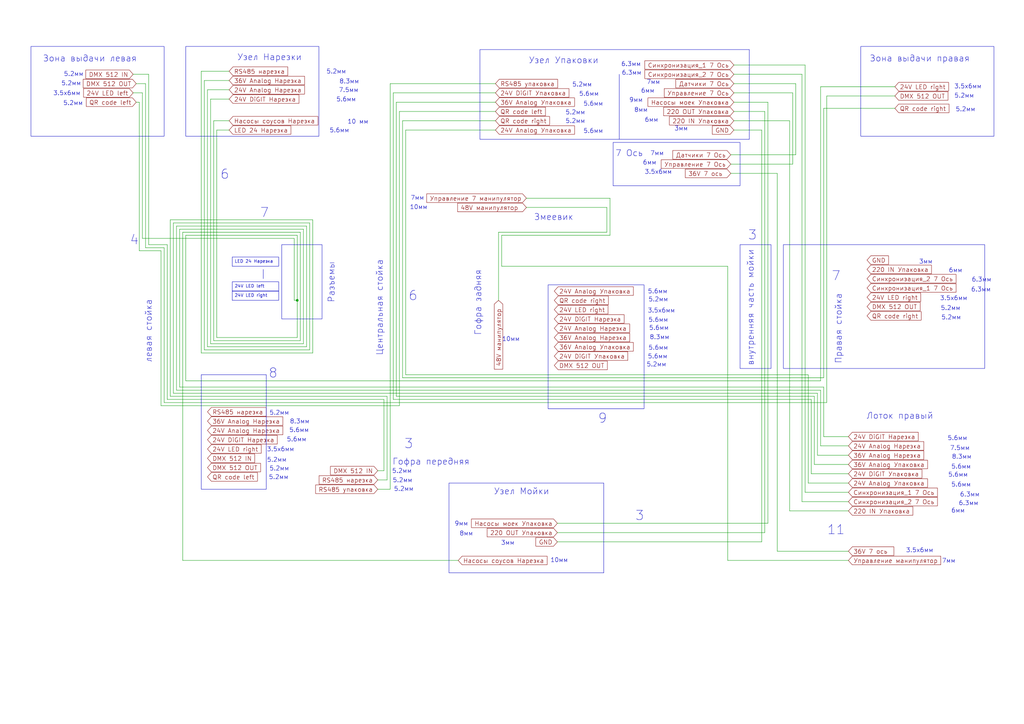
<source format=kicad_sch>
(kicad_sch
	(version 20250114)
	(generator "eeschema")
	(generator_version "9.0")
	(uuid "b6108f9f-6251-432c-9dd9-e5415f3886d6")
	(paper "A3")
	(lib_symbols)
	(rectangle
		(start 196.85 20.32)
		(end 307.34 57.15)
		(stroke
			(width 0)
			(type default)
		)
		(fill
			(type none)
		)
		(uuid 2743210c-7d5f-44f7-a0d1-8a73e28f6606)
	)
	(rectangle
		(start 321.31 100.33)
		(end 403.86 151.13)
		(stroke
			(width 0)
			(type default)
		)
		(fill
			(type none)
		)
		(uuid 441f7819-ef7e-4b1e-84d2-4f5d98c475dc)
	)
	(rectangle
		(start 82.55 153.67)
		(end 109.22 200.66)
		(stroke
			(width 0)
			(type default)
		)
		(fill
			(type none)
		)
		(uuid 4b2563d3-5c4b-4aa9-99e8-7f754e947e42)
	)
	(rectangle
		(start 303.53 100.33)
		(end 316.23 151.13)
		(stroke
			(width 0)
			(type default)
		)
		(fill
			(type none)
		)
		(uuid 4e3e08b1-ab16-4e81-9a5f-8d06cbef11d0)
	)
	(rectangle
		(start 353.06 19.05)
		(end 407.67 55.88)
		(stroke
			(width 0)
			(type default)
		)
		(fill
			(type none)
		)
		(uuid 5057bf9b-57e7-44be-9b94-7ff68edcc9c6)
	)
	(rectangle
		(start 184.15 198.12)
		(end 247.65 234.95)
		(stroke
			(width 0)
			(type default)
		)
		(fill
			(type none)
		)
		(uuid 585ac3b1-5607-4a1b-a24f-704ba8dc4d42)
	)
	(rectangle
		(start 224.79 116.84)
		(end 264.16 167.64)
		(stroke
			(width 0)
			(type default)
		)
		(fill
			(type none)
		)
		(uuid 75c3b36f-400a-400c-86e9-4f3db7ae7cf2)
	)
	(rectangle
		(start 76.2 19.05)
		(end 130.81 55.88)
		(stroke
			(width 0)
			(type default)
		)
		(fill
			(type none)
		)
		(uuid 8397cb35-d8eb-4a2d-af8a-57e4f49264d9)
	)
	(rectangle
		(start 115.57 100.33)
		(end 132.08 130.81)
		(stroke
			(width 0)
			(type default)
		)
		(fill
			(type none)
		)
		(uuid c0365011-678a-4229-8031-27922fd27dbe)
	)
	(rectangle
		(start 251.46 58.42)
		(end 303.53 76.2)
		(stroke
			(width 0)
			(type default)
		)
		(fill
			(type none)
		)
		(uuid d4d07c33-6ec3-4bad-8e0b-204c4c08640e)
	)
	(rectangle
		(start 12.7 19.05)
		(end 67.31 55.88)
		(stroke
			(width 0)
			(type default)
		)
		(fill
			(type none)
		)
		(uuid fbe6ad31-b418-4133-b89e-81222367ecde)
	)
	(text "3мм"
		(exclude_from_sim no)
		(at 208.28 222.758 0)
		(effects
			(font
				(size 1.778 1.778)
			)
		)
		(uuid "04206473-a4f8-46be-a489-0debebb2c9c5")
	)
	(text "5.2мм"
		(exclude_from_sim no)
		(at 164.846 193.294 0)
		(effects
			(font
				(size 1.778 1.778)
			)
		)
		(uuid "04e1a5f0-f5b9-4f5a-a3f2-ec2b194b6b4a")
	)
	(text "внутренняя часть мойки"
		(exclude_from_sim no)
		(at 307.848 126.238 90)
		(effects
			(font
				(size 2.54 2.54)
			)
		)
		(uuid "05178faa-f913-41d5-ab48-fab927ed4886")
	)
	(text "3.5х6мм"
		(exclude_from_sim no)
		(at 271.272 127.508 0)
		(effects
			(font
				(size 1.778 1.778)
			)
		)
		(uuid "0598fa58-e003-4143-85fc-b5c6b3abb094")
	)
	(text "10мм"
		(exclude_from_sim no)
		(at 229.362 229.87 0)
		(effects
			(font
				(size 1.778 1.778)
			)
		)
		(uuid "059d0422-8fcd-4889-8c0b-6d1d9ed892c2")
	)
	(text "7мм"
		(exclude_from_sim no)
		(at 269.494 62.992 0)
		(effects
			(font
				(size 1.778 1.778)
			)
		)
		(uuid "08600e61-e8fd-47b5-826d-06e822afb7da")
	)
	(text "3.5х6мм"
		(exclude_from_sim no)
		(at 397.002 35.56 0)
		(effects
			(font
				(size 1.778 1.778)
			)
		)
		(uuid "0e9ef210-da2d-49cc-beac-9db2a8ba90e0")
	)
	(text "5.6мм"
		(exclude_from_sim no)
		(at 394.208 191.516 0)
		(effects
			(font
				(size 1.778 1.778)
			)
		)
		(uuid "0f48a31c-a9e6-4980-943e-9a82d5a980f2")
	)
	(text "6мм"
		(exclude_from_sim no)
		(at 266.446 66.802 0)
		(effects
			(font
				(size 1.778 1.778)
			)
		)
		(uuid "103eee06-47ff-4639-9e78-32cea977bae0")
	)
	(text "5.2мм"
		(exclude_from_sim no)
		(at 235.966 49.784 0)
		(effects
			(font
				(size 1.778 1.778)
			)
		)
		(uuid "10d47853-ff83-4427-9fbd-c668a3b5295d")
	)
	(text "6мм"
		(exclude_from_sim no)
		(at 265.684 37.338 0)
		(effects
			(font
				(size 1.778 1.778)
			)
		)
		(uuid "11be40cf-30c0-4cd7-a2a6-a2700eb37ad8")
	)
	(text "6.3мм"
		(exclude_from_sim no)
		(at 259.08 29.972 0)
		(effects
			(font
				(size 1.778 1.778)
			)
		)
		(uuid "185041ab-ddb5-44d2-affb-00b220bdc891")
	)
	(text "8.3мм"
		(exclude_from_sim no)
		(at 122.936 172.974 0)
		(effects
			(font
				(size 1.778 1.778)
			)
		)
		(uuid "18d909d9-c37c-49ff-949d-7e6593c03048")
	)
	(text "6мм"
		(exclude_from_sim no)
		(at 392.938 209.55 0)
		(effects
			(font
				(size 1.778 1.778)
			)
		)
		(uuid "21d20f48-6cca-491c-81ad-4a509b4f5362")
	)
	(text "6мм"
		(exclude_from_sim no)
		(at 391.922 110.998 0)
		(effects
			(font
				(size 1.778 1.778)
			)
		)
		(uuid "25412734-7b3a-484b-be4b-397836a425b9")
	)
	(text "5.2мм"
		(exclude_from_sim no)
		(at 165.608 200.66 0)
		(effects
			(font
				(size 1.778 1.778)
			)
		)
		(uuid "280905d0-7fd7-4843-8ffe-87b4d4cba3a7")
	)
	(text "5.6мм"
		(exclude_from_sim no)
		(at 121.666 180.34 0)
		(effects
			(font
				(size 1.778 1.778)
			)
		)
		(uuid "2e1688ba-c9ff-4c5f-b84d-9df4e92062a1")
	)
	(text "Узел Нарезки"
		(exclude_from_sim no)
		(at 110.49 23.622 0)
		(effects
			(font
				(size 2.54 2.54)
			)
		)
		(uuid "32620fd1-d48f-4ceb-8c43-b6ad178962cc")
	)
	(text "5.6мм"
		(exclude_from_sim no)
		(at 392.684 179.832 0)
		(effects
			(font
				(size 1.778 1.778)
			)
		)
		(uuid "32c90f1d-2c90-4f1e-882f-31dfa97ce65b")
	)
	(text "5.2мм"
		(exclude_from_sim no)
		(at 269.24 149.606 0)
		(effects
			(font
				(size 1.778 1.778)
			)
		)
		(uuid "3411fa1c-8b70-411d-9ec3-7870a13dee0c")
	)
	(text "3"
		(exclude_from_sim no)
		(at 308.61 96.52 0)
		(effects
			(font
				(size 3.81 3.81)
			)
		)
		(uuid "3849ec0a-45c0-4476-9c59-aa88046a5f54")
	)
	(text "Гофра задняя"
		(exclude_from_sim no)
		(at 196.088 124.206 90)
		(effects
			(font
				(size 2.54 2.54)
			)
		)
		(uuid "384a7e79-e6fd-4a76-a2e7-ee501ada27f3")
	)
	(text "8мм"
		(exclude_from_sim no)
		(at 191.262 218.948 0)
		(effects
			(font
				(size 1.778 1.778)
			)
		)
		(uuid "386e1745-c932-451b-a58f-445ffaacf4e7")
	)
	(text "7мм"
		(exclude_from_sim no)
		(at 171.196 81.28 0)
		(effects
			(font
				(size 1.778 1.778)
			)
		)
		(uuid "3c079f3b-5522-42ac-b9ed-9a91013a4e74")
	)
	(text "5.2мм"
		(exclude_from_sim no)
		(at 29.972 42.418 0)
		(effects
			(font
				(size 1.778 1.778)
			)
		)
		(uuid "3ed15191-ddd2-49e0-9164-50997f11c6b7")
	)
	(text "8.3мм"
		(exclude_from_sim no)
		(at 270.51 138.43 0)
		(effects
			(font
				(size 1.778 1.778)
			)
		)
		(uuid "3f33d0bb-66ff-44b9-a84a-915dfcbcb2e0")
	)
	(text "Центральная стойка"
		(exclude_from_sim no)
		(at 155.702 126.238 90)
		(effects
			(font
				(size 2.54 2.54)
			)
		)
		(uuid "40277c90-a7ff-4033-9cf1-748b76c15159")
	)
	(text "Лоток правый"
		(exclude_from_sim no)
		(at 369.062 170.688 0)
		(effects
			(font
				(size 2.54 2.54)
			)
		)
		(uuid "41738168-e5b9-4ac3-ba58-b0d38c83f1b6")
	)
	(text "5.2мм"
		(exclude_from_sim no)
		(at 395.986 44.958 0)
		(effects
			(font
				(size 1.778 1.778)
			)
		)
		(uuid "4398881e-3e93-40e7-a013-4a01ec1ae1c9")
	)
	(text "9мм"
		(exclude_from_sim no)
		(at 189.23 214.884 0)
		(effects
			(font
				(size 1.778 1.778)
			)
		)
		(uuid "43ab05e3-cf42-4d4e-902a-be44e3976ed0")
	)
	(text "8.3мм"
		(exclude_from_sim no)
		(at 394.462 187.452 0)
		(effects
			(font
				(size 1.778 1.778)
			)
		)
		(uuid "4caf6dee-fef3-4774-ae69-51448e004db0")
	)
	(text "Гофра передняя"
		(exclude_from_sim no)
		(at 176.784 189.484 0)
		(effects
			(font
				(size 2.54 2.54)
			)
		)
		(uuid "4d21d8e9-e081-477d-8cfa-d96df922323c")
	)
	(text "5.6мм"
		(exclude_from_sim no)
		(at 270.002 131.318 0)
		(effects
			(font
				(size 1.778 1.778)
			)
		)
		(uuid "4de553e2-995f-4099-ae56-b2f6f25746bc")
	)
	(text "4"
		(exclude_from_sim no)
		(at 55.118 98.552 0)
		(effects
			(font
				(size 3.81 3.81)
			)
		)
		(uuid "4ebbc6ef-c5e0-463c-941f-23f19160f527")
	)
	(text "Зона выдачи левая"
		(exclude_from_sim no)
		(at 36.83 24.13 0)
		(effects
			(font
				(size 2.54 2.54)
			)
		)
		(uuid "4ee06720-0939-4a6c-a58a-19878c6eafe3")
	)
	(text "5.2мм"
		(exclude_from_sim no)
		(at 113.538 188.722 0)
		(effects
			(font
				(size 1.778 1.778)
			)
		)
		(uuid "5057ce2f-24f5-493f-9f69-499df58961f2")
	)
	(text "8.3мм"
		(exclude_from_sim no)
		(at 143.256 33.528 0)
		(effects
			(font
				(size 1.778 1.778)
			)
		)
		(uuid "54207e38-ffd8-4c6b-8cf2-4b607fb0f9f4")
	)
	(text "8"
		(exclude_from_sim no)
		(at 112.014 153.162 0)
		(effects
			(font
				(size 3.81 3.81)
			)
		)
		(uuid "54dbc186-4c54-411f-8556-be024417bfec")
	)
	(text "3.5х6мм"
		(exclude_from_sim no)
		(at 27.432 38.354 0)
		(effects
			(font
				(size 1.778 1.778)
			)
		)
		(uuid "554f32a5-a89c-4597-959a-865a4e301ef9")
	)
	(text "5.2мм"
		(exclude_from_sim no)
		(at 29.21 34.29 0)
		(effects
			(font
				(size 1.778 1.778)
			)
		)
		(uuid "56b33b26-eea5-4a18-94c5-fd0ce9c13afb")
	)
	(text "8мм"
		(exclude_from_sim no)
		(at 262.89 45.212 0)
		(effects
			(font
				(size 1.778 1.778)
			)
		)
		(uuid "5805738d-272d-4b2c-83a8-7908da4aa08a")
	)
	(text "11"
		(exclude_from_sim no)
		(at 342.9 217.424 0)
		(effects
			(font
				(size 3.81 3.81)
			)
		)
		(uuid "5adec8a7-5877-4fbe-aae1-8d3711f0f38f")
	)
	(text "Узел Мойки"
		(exclude_from_sim no)
		(at 213.868 201.676 0)
		(effects
			(font
				(size 2.54 2.54)
			)
		)
		(uuid "5fe3ef66-7498-4011-a79f-b9507298db86")
	)
	(text "5.2мм"
		(exclude_from_sim no)
		(at 238.76 34.798 0)
		(effects
			(font
				(size 1.778 1.778)
			)
		)
		(uuid "6326b82d-a6b9-4d79-accd-6b912bc19ec4")
	)
	(text "10 мм"
		(exclude_from_sim no)
		(at 146.812 50.038 0)
		(effects
			(font
				(size 1.778 1.778)
			)
		)
		(uuid "6658ace0-c882-4c9c-9db0-5d8552575fef")
	)
	(text "7"
		(exclude_from_sim no)
		(at 342.9 113.284 0)
		(effects
			(font
				(size 3.81 3.81)
			)
		)
		(uuid "66e6a208-39dd-4b4c-91f9-f42342bf1b05")
	)
	(text "5.6мм"
		(exclude_from_sim no)
		(at 241.554 38.608 0)
		(effects
			(font
				(size 1.778 1.778)
			)
		)
		(uuid "6748540c-2905-458b-adea-1e46ffcf66da")
	)
	(text "3"
		(exclude_from_sim no)
		(at 167.64 182.118 0)
		(effects
			(font
				(size 3.81 3.81)
			)
		)
		(uuid "69a6c49c-af71-49d0-a4f7-0414a962375c")
	)
	(text "5.6мм"
		(exclude_from_sim no)
		(at 269.748 119.634 0)
		(effects
			(font
				(size 1.778 1.778)
			)
		)
		(uuid "69bb718d-d9a5-4ffc-ab5c-41e72a5c4bba")
	)
	(text "5.6мм"
		(exclude_from_sim no)
		(at 270.002 142.748 0)
		(effects
			(font
				(size 1.778 1.778)
			)
		)
		(uuid "6c2a87ab-41fe-4adc-8486-bcb7e4b2bd26")
	)
	(text "5.2мм"
		(exclude_from_sim no)
		(at 270.002 122.936 0)
		(effects
			(font
				(size 1.778 1.778)
			)
		)
		(uuid "746ed3a9-a8dc-480c-9b20-225f2f613579")
	)
	(text "3.5х6мм"
		(exclude_from_sim no)
		(at 115.062 184.404 0)
		(effects
			(font
				(size 1.778 1.778)
			)
		)
		(uuid "7994a40c-e130-497c-9983-dab71bec4db5")
	)
	(text "5.2мм"
		(exclude_from_sim no)
		(at 114.3 195.834 0)
		(effects
			(font
				(size 1.778 1.778)
			)
		)
		(uuid "7cacd5a9-37da-41d8-842b-9afa73e6ab62")
	)
	(text "10мм"
		(exclude_from_sim no)
		(at 171.704 85.09 0)
		(effects
			(font
				(size 1.778 1.778)
			)
		)
		(uuid "7e4e1260-004e-4453-a6de-674cf3283cfe")
	)
	(text "5.2мм"
		(exclude_from_sim no)
		(at 114.554 192.278 0)
		(effects
			(font
				(size 1.778 1.778)
			)
		)
		(uuid "815ec7d6-419e-4fc6-aecb-26ebd37b9798")
	)
	(text "6.3мм"
		(exclude_from_sim no)
		(at 402.336 118.872 0)
		(effects
			(font
				(size 1.778 1.778)
			)
		)
		(uuid "8a9abe55-e791-4a8e-9ec4-b72a4f333626")
	)
	(text "5.6мм"
		(exclude_from_sim no)
		(at 141.986 40.894 0)
		(effects
			(font
				(size 1.778 1.778)
			)
		)
		(uuid "8b98f74c-3fe2-4e24-84d9-cb2586db242f")
	)
	(text "5.2мм"
		(exclude_from_sim no)
		(at 395.478 39.37 0)
		(effects
			(font
				(size 1.778 1.778)
			)
		)
		(uuid "8dd9f86d-6c18-40d1-8009-1d734264e3cb")
	)
	(text "7мм"
		(exclude_from_sim no)
		(at 389.128 230.124 0)
		(effects
			(font
				(size 1.778 1.778)
			)
		)
		(uuid "924c1abd-06d7-4ac7-aaca-b9adeb89faf5")
	)
	(text "5.6мм"
		(exclude_from_sim no)
		(at 243.332 53.848 0)
		(effects
			(font
				(size 1.778 1.778)
			)
		)
		(uuid "96f028ab-6408-4605-8d53-8ecb60152bbb")
	)
	(text "3"
		(exclude_from_sim no)
		(at 262.382 211.582 0)
		(effects
			(font
				(size 3.81 3.81)
			)
		)
		(uuid "97191f48-dce9-4afe-b778-d64fa298654d")
	)
	(text "5.2мм"
		(exclude_from_sim no)
		(at 137.922 29.464 0)
		(effects
			(font
				(size 1.778 1.778)
			)
		)
		(uuid "9a18664d-5229-4ac9-8dd0-29fd6418b0fe")
	)
	(text "5.2мм"
		(exclude_from_sim no)
		(at 389.89 126.492 0)
		(effects
			(font
				(size 1.778 1.778)
			)
		)
		(uuid "9a6fea9e-b1a3-488f-8077-22e3829ec51c")
	)
	(text "6.3мм"
		(exclude_from_sim no)
		(at 397.764 202.946 0)
		(effects
			(font
				(size 1.778 1.778)
			)
		)
		(uuid "9af5a3ac-6f68-4d45-bd4f-d5d61fc60145")
	)
	(text "6.3мм"
		(exclude_from_sim no)
		(at 402.59 114.808 0)
		(effects
			(font
				(size 1.778 1.778)
			)
		)
		(uuid "9e477f94-0840-4c81-b6d9-e69e5b1c462f")
	)
	(text "Правая стойка"
		(exclude_from_sim no)
		(at 343.916 134.874 90)
		(effects
			(font
				(size 2.54 2.54)
			)
		)
		(uuid "a1814de1-4a4b-45e2-b460-81fad5cb0901")
	)
	(text "5.6мм"
		(exclude_from_sim no)
		(at 269.748 146.304 0)
		(effects
			(font
				(size 1.778 1.778)
			)
		)
		(uuid "a1b83c75-55f4-496a-b3c7-d7dc34287028")
	)
	(text "5.2мм"
		(exclude_from_sim no)
		(at 114.554 169.418 0)
		(effects
			(font
				(size 1.778 1.778)
			)
		)
		(uuid "a476a643-f94a-4927-ab3d-fc6ccf68592c")
	)
	(text "5.6мм"
		(exclude_from_sim no)
		(at 394.208 198.882 0)
		(effects
			(font
				(size 1.778 1.778)
			)
		)
		(uuid "a7adcfc4-4232-44cc-aab7-dc8c395b0aeb")
	)
	(text "10мм"
		(exclude_from_sim no)
		(at 209.55 139.192 0)
		(effects
			(font
				(size 1.778 1.778)
			)
		)
		(uuid "b1f976eb-1431-4c46-b0b7-3d049516d89f")
	)
	(text "левая стойка"
		(exclude_from_sim no)
		(at 60.96 135.89 90)
		(effects
			(font
				(size 2.54 2.54)
			)
		)
		(uuid "b201710b-d3ec-4fcf-b8d4-17a8bbffab64")
	)
	(text "7.5мм"
		(exclude_from_sim no)
		(at 143.002 37.084 0)
		(effects
			(font
				(size 1.778 1.778)
			)
		)
		(uuid "b43f8b65-0592-4d54-8c5e-bb0666aa765b")
	)
	(text "7.5мм"
		(exclude_from_sim no)
		(at 393.7 183.896 0)
		(effects
			(font
				(size 1.778 1.778)
			)
		)
		(uuid "b4b479e6-e40f-4379-8b32-8d1949e5e88e")
	)
	(text "Узел Упаковки\n"
		(exclude_from_sim no)
		(at 231.14 24.892 0)
		(effects
			(font
				(size 2.54 2.54)
			)
		)
		(uuid "b86f85f6-ebb5-4b17-8acb-77bf1506151c")
	)
	(text "5.2мм"
		(exclude_from_sim no)
		(at 235.966 46.228 0)
		(effects
			(font
				(size 1.778 1.778)
			)
		)
		(uuid "b9f29345-d258-4c0e-9135-6d02e493afde")
	)
	(text "7мм"
		(exclude_from_sim no)
		(at 267.97 33.782 0)
		(effects
			(font
				(size 1.778 1.778)
			)
		)
		(uuid "bccc86ac-5646-41ee-9dac-f5d637b3a2bd")
	)
	(text "5.2мм"
		(exclude_from_sim no)
		(at 390.144 130.302 0)
		(effects
			(font
				(size 1.778 1.778)
			)
		)
		(uuid "c21d07e6-1910-4c6a-a5f7-e702edfed53a")
	)
	(text "9мм"
		(exclude_from_sim no)
		(at 260.858 41.148 0)
		(effects
			(font
				(size 1.778 1.778)
			)
		)
		(uuid "c2a6c124-91ed-450e-9099-d649051579c7")
	)
	(text "5.2мм"
		(exclude_from_sim no)
		(at 30.226 30.48 0)
		(effects
			(font
				(size 1.778 1.778)
			)
		)
		(uuid "c77c639b-7c62-478f-a7d9-0be32afaacbd")
	)
	(text "5.6мм"
		(exclude_from_sim no)
		(at 392.938 194.818 0)
		(effects
			(font
				(size 1.778 1.778)
			)
		)
		(uuid "c78f1215-3dc8-4b4e-83bf-433f0e748fdf")
	)
	(text "6.3мм"
		(exclude_from_sim no)
		(at 397.256 206.502 0)
		(effects
			(font
				(size 1.778 1.778)
			)
		)
		(uuid "c7fc38f8-770d-4475-a17a-e9dd002df4ef")
	)
	(text "5.6мм"
		(exclude_from_sim no)
		(at 243.332 42.672 0)
		(effects
			(font
				(size 1.778 1.778)
			)
		)
		(uuid "c9005111-3891-4b3a-8a5c-f804929f5a28")
	)
	(text "3.5х6мм"
		(exclude_from_sim no)
		(at 391.16 122.428 0)
		(effects
			(font
				(size 1.778 1.778)
			)
		)
		(uuid "c974ba95-7c20-440d-a702-fbc82c62b79d")
	)
	(text "9"
		(exclude_from_sim no)
		(at 247.142 171.704 0)
		(effects
			(font
				(size 3.81 3.81)
			)
		)
		(uuid "cbc37e99-5b34-4dd5-bc8b-d6df88f07077")
	)
	(text "5.6мм"
		(exclude_from_sim no)
		(at 270.256 134.62 0)
		(effects
			(font
				(size 1.778 1.778)
			)
		)
		(uuid "cc555c40-b18e-4251-982d-910ebdcba293")
	)
	(text "7 Ось"
		(exclude_from_sim no)
		(at 258.064 62.992 0)
		(effects
			(font
				(size 2.54 2.54)
			)
		)
		(uuid "d87562b7-a757-4825-839e-153f1308f359")
	)
	(text "6"
		(exclude_from_sim no)
		(at 169.418 121.412 0)
		(effects
			(font
				(size 3.81 3.81)
			)
		)
		(uuid "dad31cf8-4580-4e2d-a154-439ec7a5761c")
	)
	(text "6мм"
		(exclude_from_sim no)
		(at 267.208 49.276 0)
		(effects
			(font
				(size 1.778 1.778)
			)
		)
		(uuid "de3c0839-c8ec-48b0-9ea1-12f264b9cef5")
	)
	(text "3.5х6мм"
		(exclude_from_sim no)
		(at 270.002 70.612 0)
		(effects
			(font
				(size 1.778 1.778)
			)
		)
		(uuid "e29e20fc-c03e-4ba4-8234-7c6ab53dfadd")
	)
	(text "Зона выдачи правая"
		(exclude_from_sim no)
		(at 377.19 24.13 0)
		(effects
			(font
				(size 2.54 2.54)
			)
		)
		(uuid "e58299f0-9e3f-4b26-8890-44ef69dee151")
	)
	(text "Разъемы"
		(exclude_from_sim no)
		(at 135.89 115.824 90)
		(effects
			(font
				(size 2.54 2.54)
			)
		)
		(uuid "e8829abb-7f35-4a1e-bbb7-eeec26a0ff17")
	)
	(text "6.3мм"
		(exclude_from_sim no)
		(at 258.826 26.416 0)
		(effects
			(font
				(size 1.778 1.778)
			)
		)
		(uuid "e9670111-8ffb-43bf-a396-5b55635c418c")
	)
	(text "5.6мм"
		(exclude_from_sim no)
		(at 122.682 176.53 0)
		(effects
			(font
				(size 1.778 1.778)
			)
		)
		(uuid "e997a8e9-23c0-4dd7-8a8f-4e1a9c7124e7")
	)
	(text "3мм"
		(exclude_from_sim no)
		(at 279.4 52.832 0)
		(effects
			(font
				(size 1.778 1.778)
			)
		)
		(uuid "e9b65d4b-ce67-460a-9527-9e92ba32e139")
	)
	(text "5.2мм"
		(exclude_from_sim no)
		(at 165.1 197.104 0)
		(effects
			(font
				(size 1.778 1.778)
			)
		)
		(uuid "eb7f47c4-372d-43fb-9258-d309c2b7775d")
	)
	(text "3.5х6мм"
		(exclude_from_sim no)
		(at 377.19 225.806 0)
		(effects
			(font
				(size 1.778 1.778)
			)
		)
		(uuid "ebc596da-0dae-4d09-8355-576e115c3939")
	)
	(text "7"
		(exclude_from_sim no)
		(at 108.458 87.376 0)
		(effects
			(font
				(size 3.81 3.81)
			)
		)
		(uuid "f2c00ec9-7ac9-4f5d-a0ea-998f7dca2017")
	)
	(text "5.6мм"
		(exclude_from_sim no)
		(at 139.192 53.594 0)
		(effects
			(font
				(size 1.778 1.778)
			)
		)
		(uuid "f68bb846-dc8f-43df-8ec4-25a07a4c7813")
	)
	(text "6"
		(exclude_from_sim no)
		(at 92.202 71.628 0)
		(effects
			(font
				(size 3.81 3.81)
			)
		)
		(uuid "f9865d48-f094-4330-a6d9-04e0df2d3f7c")
	)
	(text "Змеевик"
		(exclude_from_sim no)
		(at 227.076 89.154 0)
		(effects
			(font
				(size 2.54 2.54)
			)
		)
		(uuid "fb657a30-7013-40c0-8fa9-1d18bd52cc80")
	)
	(text "3мм"
		(exclude_from_sim no)
		(at 379.73 107.442 0)
		(effects
			(font
				(size 1.778 1.778)
			)
		)
		(uuid "fbd972fc-0876-46be-9c1b-f00e05e8f1bd")
	)
	(text_box "24V LED right"
		(exclude_from_sim no)
		(at 95.25 119.38 0)
		(size 19.05 3.81)
		(margins 0.9525 0.9525 0.9525 0.9525)
		(stroke
			(width 0)
			(type solid)
		)
		(fill
			(type none)
		)
		(effects
			(font
				(size 1.27 1.27)
			)
			(justify left top)
		)
		(uuid "52d4deac-ac55-4f5d-8749-01b95708b0d1")
	)
	(text_box "LED 24 Нарезка"
		(exclude_from_sim no)
		(at 95.25 105.41 0)
		(size 19.05 3.81)
		(margins 0.9525 0.9525 0.9525 0.9525)
		(stroke
			(width 0)
			(type solid)
		)
		(fill
			(type none)
		)
		(effects
			(font
				(size 1.27 1.27)
			)
			(justify left top)
		)
		(uuid "9ac78aee-b884-44e5-9e3f-c083b9ef42fa")
	)
	(text_box "24V LED left"
		(exclude_from_sim no)
		(at 95.25 115.57 0)
		(size 19.05 3.81)
		(margins 0.9525 0.9525 0.9525 0.9525)
		(stroke
			(width 0)
			(type solid)
		)
		(fill
			(type none)
		)
		(effects
			(font
				(size 1.27 1.27)
			)
			(justify left top)
		)
		(uuid "f3d81d97-a547-43ae-a9d7-e16bfde1b0a0")
	)
	(junction
		(at 121.92 123.19)
		(diameter 0)
		(color 0 0 0 0)
		(uuid "602b582b-9112-4490-bf47-f247c9ccab15")
	)
	(wire
		(pts
			(xy 328.93 205.74) (xy 347.98 205.74)
		)
		(stroke
			(width 0)
			(type default)
		)
		(uuid "035392b7-d08a-4790-a47e-f5fb16489bd3")
	)
	(wire
		(pts
			(xy 298.45 109.22) (xy 298.45 229.87)
		)
		(stroke
			(width 0)
			(type default)
		)
		(uuid "05fa5835-42db-44f7-b2b9-530e6bbb3aab")
	)
	(wire
		(pts
			(xy 163.83 45.72) (xy 163.83 166.37)
		)
		(stroke
			(width 0)
			(type default)
		)
		(uuid "0c1f1966-6173-4282-86d7-b72cde7c6c88")
	)
	(wire
		(pts
			(xy 121.92 123.19) (xy 121.92 138.43)
		)
		(stroke
			(width 0)
			(type default)
		)
		(uuid "0dc0d2ed-9b43-4fde-a9bf-33dfb1e7fafc")
	)
	(wire
		(pts
			(xy 347.98 209.55) (xy 323.85 209.55)
		)
		(stroke
			(width 0)
			(type default)
		)
		(uuid "0f53dda3-77c2-4f62-a6db-42bd50f6f2ee")
	)
	(wire
		(pts
			(xy 215.9 85.09) (xy 248.92 85.09)
		)
		(stroke
			(width 0)
			(type default)
		)
		(uuid "10cb22b6-9c5f-4ae3-a965-fe252a346833")
	)
	(wire
		(pts
			(xy 347.98 201.93) (xy 330.2 201.93)
		)
		(stroke
			(width 0)
			(type default)
		)
		(uuid "126e4d7c-31fb-4d22-9730-8e0a5268a5bc")
	)
	(wire
		(pts
			(xy 59.69 101.6) (xy 67.31 101.6)
		)
		(stroke
			(width 0)
			(type default)
		)
		(uuid "14d97ae0-7fd9-4935-ab7b-2a8566dc0781")
	)
	(wire
		(pts
			(xy 55.88 41.91) (xy 57.15 41.91)
		)
		(stroke
			(width 0)
			(type default)
		)
		(uuid "1695e2ed-4829-4125-ac34-e8875297f731")
	)
	(wire
		(pts
			(xy 60.96 100.33) (xy 68.58 100.33)
		)
		(stroke
			(width 0)
			(type default)
		)
		(uuid "17943dac-dc52-4e99-954a-477ce0f48dfe")
	)
	(wire
		(pts
			(xy 88.9 138.43) (xy 121.92 138.43)
		)
		(stroke
			(width 0)
			(type default)
		)
		(uuid "1b2af0ae-091f-4324-8ef3-cfd5cc5bda11")
	)
	(wire
		(pts
			(xy 83.82 143.51) (xy 127 143.51)
		)
		(stroke
			(width 0)
			(type default)
		)
		(uuid "1beb7cec-8a13-4317-a109-3663357a963d")
	)
	(wire
		(pts
			(xy 339.09 39.37) (xy 339.09 165.1)
		)
		(stroke
			(width 0)
			(type default)
		)
		(uuid "1d7a6bf6-cefa-4e18-b723-1813c982bdce")
	)
	(wire
		(pts
			(xy 166.37 53.34) (xy 203.2 53.34)
		)
		(stroke
			(width 0)
			(type default)
		)
		(uuid "1ed480ba-ec59-407a-af32-f04d3e6a2a3c")
	)
	(wire
		(pts
			(xy 160.02 34.29) (xy 160.02 200.66)
		)
		(stroke
			(width 0)
			(type default)
		)
		(uuid "1f67a413-b1e0-40bd-87bc-819ac784998d")
	)
	(wire
		(pts
			(xy 228.6 214.63) (xy 314.96 214.63)
		)
		(stroke
			(width 0)
			(type default)
		)
		(uuid "2332cd96-cbb8-4f58-9069-2f923fcac283")
	)
	(wire
		(pts
			(xy 318.77 226.06) (xy 318.77 71.12)
		)
		(stroke
			(width 0)
			(type default)
		)
		(uuid "23a74b35-8e39-44bb-8601-fc847aba5e81")
	)
	(wire
		(pts
			(xy 82.55 29.21) (xy 82.55 144.78)
		)
		(stroke
			(width 0)
			(type default)
		)
		(uuid "24023435-3e74-4165-92ea-cd652de2a060")
	)
	(wire
		(pts
			(xy 123.19 95.25) (xy 123.19 139.7)
		)
		(stroke
			(width 0)
			(type default)
		)
		(uuid "250449d1-8b0b-43b1-98d7-5e0f55540222")
	)
	(wire
		(pts
			(xy 128.27 90.17) (xy 69.85 90.17)
		)
		(stroke
			(width 0)
			(type default)
		)
		(uuid "299d7a25-761a-4de2-931b-25d8fefb7f87")
	)
	(wire
		(pts
			(xy 161.29 163.83) (xy 332.74 163.83)
		)
		(stroke
			(width 0)
			(type default)
		)
		(uuid "2bb862ef-1271-45a5-8495-5aa64039c909")
	)
	(wire
		(pts
			(xy 334.01 190.5) (xy 347.98 190.5)
		)
		(stroke
			(width 0)
			(type default)
		)
		(uuid "2c4b0f49-264c-4a32-bc0b-d04f305056a4")
	)
	(wire
		(pts
			(xy 125.73 92.71) (xy 125.73 142.24)
		)
		(stroke
			(width 0)
			(type default)
		)
		(uuid "2faa08c6-ab0c-4858-ae69-b8e42e8e85a7")
	)
	(wire
		(pts
			(xy 57.15 41.91) (xy 57.15 102.87)
		)
		(stroke
			(width 0)
			(type default)
		)
		(uuid "2fba489b-65c5-4807-bbc9-af8eec88ace5")
	)
	(wire
		(pts
			(xy 299.72 67.31) (xy 325.12 67.31)
		)
		(stroke
			(width 0)
			(type default)
		)
		(uuid "30f37252-8ebf-4fbf-a95d-392d99dc5c1a")
	)
	(wire
		(pts
			(xy 73.66 93.98) (xy 73.66 158.75)
		)
		(stroke
			(width 0)
			(type default)
		)
		(uuid "316d750d-1255-4fdc-9dd0-cf43d519c4d3")
	)
	(wire
		(pts
			(xy 124.46 93.98) (xy 124.46 140.97)
		)
		(stroke
			(width 0)
			(type default)
		)
		(uuid "31c53621-b9d0-4bcf-8d06-299bdf5abb5a")
	)
	(wire
		(pts
			(xy 121.92 123.19) (xy 120.65 123.19)
		)
		(stroke
			(width 0)
			(type default)
		)
		(uuid "32e60722-d9ea-4a2d-9fdf-74ebb4651257")
	)
	(wire
		(pts
			(xy 71.12 161.29) (xy 335.28 161.29)
		)
		(stroke
			(width 0)
			(type default)
		)
		(uuid "34872128-a433-422c-bb8d-16b09089cd8f")
	)
	(wire
		(pts
			(xy 76.2 96.52) (xy 76.2 156.21)
		)
		(stroke
			(width 0)
			(type default)
		)
		(uuid "351ad0a3-afcf-466f-80b2-1743902df04d")
	)
	(wire
		(pts
			(xy 93.98 49.53) (xy 87.63 49.53)
		)
		(stroke
			(width 0)
			(type default)
		)
		(uuid "363fce9f-133f-435f-923c-aa55ba079860")
	)
	(wire
		(pts
			(xy 67.31 101.6) (xy 67.31 165.1)
		)
		(stroke
			(width 0)
			(type default)
		)
		(uuid "373eb62d-c065-44b3-a03b-eeabc4a72be7")
	)
	(wire
		(pts
			(xy 123.19 95.25) (xy 74.93 95.25)
		)
		(stroke
			(width 0)
			(type default)
		)
		(uuid "3850585c-5ccd-48ac-9e80-209b7b28f4b9")
	)
	(wire
		(pts
			(xy 85.09 36.83) (xy 93.98 36.83)
		)
		(stroke
			(width 0)
			(type default)
		)
		(uuid "3b666420-f588-41b7-8548-37c89a99afa4")
	)
	(wire
		(pts
			(xy 88.9 53.34) (xy 88.9 138.43)
		)
		(stroke
			(width 0)
			(type default)
		)
		(uuid "3ba609e7-3189-4b6c-947d-a12ebec4da08")
	)
	(wire
		(pts
			(xy 59.69 34.29) (xy 59.69 101.6)
		)
		(stroke
			(width 0)
			(type default)
		)
		(uuid "3d87331d-9e0a-4d07-a8bc-1e087cf2f5f5")
	)
	(wire
		(pts
			(xy 347.98 179.07) (xy 337.82 179.07)
		)
		(stroke
			(width 0)
			(type default)
		)
		(uuid "44f9e8b7-3189-4cd5-a393-e6638b03c75d")
	)
	(wire
		(pts
			(xy 203.2 38.1) (xy 161.29 38.1)
		)
		(stroke
			(width 0)
			(type default)
		)
		(uuid "4527ebbc-8910-45a3-b9f0-2162907ab78f")
	)
	(wire
		(pts
			(xy 312.42 53.34) (xy 312.42 222.25)
		)
		(stroke
			(width 0)
			(type default)
		)
		(uuid "45e89e02-17b4-4b1f-83cc-506a1c3946bf")
	)
	(wire
		(pts
			(xy 120.65 97.79) (xy 58.42 97.79)
		)
		(stroke
			(width 0)
			(type default)
		)
		(uuid "468e74e8-ad77-4427-b757-d01371b2d594")
	)
	(wire
		(pts
			(xy 337.82 179.07) (xy 337.82 158.75)
		)
		(stroke
			(width 0)
			(type default)
		)
		(uuid "46fd682d-02bb-41fe-ae9a-0c4968fced15")
	)
	(wire
		(pts
			(xy 332.74 194.31) (xy 347.98 194.31)
		)
		(stroke
			(width 0)
			(type default)
		)
		(uuid "475ed28e-76d5-41c2-8bdf-8327534441a6")
	)
	(wire
		(pts
			(xy 157.48 163.83) (xy 157.48 193.04)
		)
		(stroke
			(width 0)
			(type default)
		)
		(uuid "4f767f4f-24b4-441f-a336-41a3f6e51b98")
	)
	(wire
		(pts
			(xy 330.2 26.67) (xy 330.2 201.93)
		)
		(stroke
			(width 0)
			(type default)
		)
		(uuid "50b929ca-928c-4885-a471-7c98952b6a89")
	)
	(wire
		(pts
			(xy 325.12 38.1) (xy 325.12 67.31)
		)
		(stroke
			(width 0)
			(type default)
		)
		(uuid "51954350-c2b6-4e65-b262-f88ff327b95b")
	)
	(wire
		(pts
			(xy 215.9 81.28) (xy 250.19 81.28)
		)
		(stroke
			(width 0)
			(type default)
		)
		(uuid "51a33ba7-6fe4-4a03-8be3-e5754ad07859")
	)
	(wire
		(pts
			(xy 72.39 160.02) (xy 336.55 160.02)
		)
		(stroke
			(width 0)
			(type default)
		)
		(uuid "55413d37-f575-4e82-ad54-a98835b906da")
	)
	(wire
		(pts
			(xy 125.73 92.71) (xy 72.39 92.71)
		)
		(stroke
			(width 0)
			(type default)
		)
		(uuid "585878f3-5058-46a0-91e9-0bf3e10b309e")
	)
	(wire
		(pts
			(xy 86.36 40.64) (xy 86.36 140.97)
		)
		(stroke
			(width 0)
			(type default)
		)
		(uuid "5d63dbdf-049f-4acd-bef1-3d0ba1f197f6")
	)
	(wire
		(pts
			(xy 85.09 36.83) (xy 85.09 142.24)
		)
		(stroke
			(width 0)
			(type default)
		)
		(uuid "5dc0e263-66ef-49dd-8f30-9611d02e2e4b")
	)
	(wire
		(pts
			(xy 76.2 156.21) (xy 336.55 156.21)
		)
		(stroke
			(width 0)
			(type default)
		)
		(uuid "60439e1b-4dfe-4a1e-a730-dbe2dd848141")
	)
	(wire
		(pts
			(xy 73.66 158.75) (xy 337.82 158.75)
		)
		(stroke
			(width 0)
			(type default)
		)
		(uuid "6257f7b2-f08b-4ceb-b58b-662d2cbc7a26")
	)
	(wire
		(pts
			(xy 323.85 49.53) (xy 323.85 209.55)
		)
		(stroke
			(width 0)
			(type default)
		)
		(uuid "678cf34d-6b01-4d3c-bd37-2f20e4c1f5ca")
	)
	(wire
		(pts
			(xy 157.48 193.04) (xy 154.94 193.04)
		)
		(stroke
			(width 0)
			(type default)
		)
		(uuid "687fe21d-4fcb-44ca-aab4-471919d6a1a1")
	)
	(wire
		(pts
			(xy 93.98 53.34) (xy 88.9 53.34)
		)
		(stroke
			(width 0)
			(type default)
		)
		(uuid "69ca06f3-451e-42c1-8428-adde86ef7774")
	)
	(wire
		(pts
			(xy 204.47 95.25) (xy 204.47 123.19)
		)
		(stroke
			(width 0)
			(type default)
		)
		(uuid "6c1e8a69-18e6-4d8f-91fe-740bf2625b05")
	)
	(wire
		(pts
			(xy 334.01 162.56) (xy 334.01 190.5)
		)
		(stroke
			(width 0)
			(type default)
		)
		(uuid "71526d24-08db-43e1-af1d-c9b558185448")
	)
	(wire
		(pts
			(xy 124.46 93.98) (xy 73.66 93.98)
		)
		(stroke
			(width 0)
			(type default)
		)
		(uuid "715bc69c-0097-4358-828b-4d77cb5dbbe3")
	)
	(wire
		(pts
			(xy 228.6 218.44) (xy 313.69 218.44)
		)
		(stroke
			(width 0)
			(type default)
		)
		(uuid "716f6f91-00a5-4a3d-b788-890408d429bb")
	)
	(wire
		(pts
			(xy 154.94 200.66) (xy 160.02 200.66)
		)
		(stroke
			(width 0)
			(type default)
		)
		(uuid "723757d0-5763-4b5a-a5ee-cde9158268aa")
	)
	(wire
		(pts
			(xy 331.47 198.12) (xy 347.98 198.12)
		)
		(stroke
			(width 0)
			(type default)
		)
		(uuid "7345b61c-82a4-4199-a49b-ae38b77d480b")
	)
	(wire
		(pts
			(xy 228.6 222.25) (xy 312.42 222.25)
		)
		(stroke
			(width 0)
			(type default)
		)
		(uuid "73dd33d8-3667-42fa-b78f-905fe8b420ef")
	)
	(wire
		(pts
			(xy 300.99 30.48) (xy 328.93 30.48)
		)
		(stroke
			(width 0)
			(type default)
		)
		(uuid "74b620f5-ebbd-46cb-9193-97eb9fb0cbc6")
	)
	(wire
		(pts
			(xy 82.55 29.21) (xy 93.98 29.21)
		)
		(stroke
			(width 0)
			(type default)
		)
		(uuid "783c95fb-bf97-48bc-8528-46dd99fa723c")
	)
	(wire
		(pts
			(xy 335.28 186.69) (xy 347.98 186.69)
		)
		(stroke
			(width 0)
			(type default)
		)
		(uuid "79e56bae-4fec-45a5-98ad-e9566bd2877b")
	)
	(wire
		(pts
			(xy 54.61 30.48) (xy 60.96 30.48)
		)
		(stroke
			(width 0)
			(type default)
		)
		(uuid "7c9177e5-2af9-49f5-83af-ff06a9fe6549")
	)
	(wire
		(pts
			(xy 248.92 85.09) (xy 248.92 95.25)
		)
		(stroke
			(width 0)
			(type default)
		)
		(uuid "7c936c51-1158-49a0-9559-bbe97a8f28d1")
	)
	(wire
		(pts
			(xy 120.65 123.19) (xy 120.65 97.79)
		)
		(stroke
			(width 0)
			(type default)
		)
		(uuid "82099cee-a663-4539-a121-426203c0eee3")
	)
	(wire
		(pts
			(xy 300.99 45.72) (xy 313.69 45.72)
		)
		(stroke
			(width 0)
			(type default)
		)
		(uuid "82711a4e-4028-4a16-945f-878b4b3c3a70")
	)
	(wire
		(pts
			(xy 127 91.44) (xy 127 143.51)
		)
		(stroke
			(width 0)
			(type default)
		)
		(uuid "82a993f8-6558-4ae5-a27d-938b2fd660a9")
	)
	(wire
		(pts
			(xy 300.99 41.91) (xy 314.96 41.91)
		)
		(stroke
			(width 0)
			(type default)
		)
		(uuid "8428bc88-27a5-417e-95e2-ef0fa9c9df67")
	)
	(wire
		(pts
			(xy 299.72 63.5) (xy 326.39 63.5)
		)
		(stroke
			(width 0)
			(type default)
		)
		(uuid "8489d244-846b-4215-95ab-9532e7f30104")
	)
	(wire
		(pts
			(xy 203.2 34.29) (xy 160.02 34.29)
		)
		(stroke
			(width 0)
			(type default)
		)
		(uuid "84d75772-b490-4241-918f-680b7fdc21ba")
	)
	(wire
		(pts
			(xy 55.88 34.29) (xy 59.69 34.29)
		)
		(stroke
			(width 0)
			(type default)
		)
		(uuid "857afc9a-e2e4-4621-96d0-6283a8f7862a")
	)
	(wire
		(pts
			(xy 66.04 166.37) (xy 163.83 166.37)
		)
		(stroke
			(width 0)
			(type default)
		)
		(uuid "857ff615-fc47-45d2-a48c-898928a7d0e3")
	)
	(wire
		(pts
			(xy 165.1 154.94) (xy 337.82 154.94)
		)
		(stroke
			(width 0)
			(type default)
		)
		(uuid "8583e0da-d13c-4b15-af7e-0e954ee8fa1f")
	)
	(wire
		(pts
			(xy 57.15 102.87) (xy 66.04 102.87)
		)
		(stroke
			(width 0)
			(type default)
		)
		(uuid "8696b4de-f1f4-43eb-8df6-fba8e84a29eb")
	)
	(wire
		(pts
			(xy 336.55 182.88) (xy 347.98 182.88)
		)
		(stroke
			(width 0)
			(type default)
		)
		(uuid "89286a08-7d76-4c17-8fb1-733bb8f05402")
	)
	(wire
		(pts
			(xy 331.47 198.12) (xy 331.47 153.67)
		)
		(stroke
			(width 0)
			(type default)
		)
		(uuid "8b5905fe-59a9-46cd-863b-b621e3fe9b31")
	)
	(wire
		(pts
			(xy 87.63 49.53) (xy 87.63 139.7)
		)
		(stroke
			(width 0)
			(type default)
		)
		(uuid "8dfcc0b9-0d93-4dd6-ba32-a65ecbcdb050")
	)
	(wire
		(pts
			(xy 86.36 40.64) (xy 93.98 40.64)
		)
		(stroke
			(width 0)
			(type default)
		)
		(uuid "8f778dfa-0677-4580-b97b-5ca37ede8e4e")
	)
	(wire
		(pts
			(xy 74.93 229.87) (xy 187.96 229.87)
		)
		(stroke
			(width 0)
			(type default)
		)
		(uuid "8fa07365-5f62-4f41-b986-94f43ac8fee4")
	)
	(wire
		(pts
			(xy 158.75 162.56) (xy 158.75 196.85)
		)
		(stroke
			(width 0)
			(type default)
		)
		(uuid "8fffef19-848f-4f3c-a144-eb22bd6b2981")
	)
	(wire
		(pts
			(xy 328.93 30.48) (xy 328.93 205.74)
		)
		(stroke
			(width 0)
			(type default)
		)
		(uuid "91d7550e-ff51-47f2-bcd6-6107e2ef4b28")
	)
	(wire
		(pts
			(xy 203.2 41.91) (xy 162.56 41.91)
		)
		(stroke
			(width 0)
			(type default)
		)
		(uuid "939446d1-7b5d-4c1f-8395-05f890bc9d4c")
	)
	(wire
		(pts
			(xy 165.1 49.53) (xy 165.1 154.94)
		)
		(stroke
			(width 0)
			(type default)
		)
		(uuid "9751f3bf-aff3-4f83-9be5-51f3eaeb9170")
	)
	(wire
		(pts
			(xy 85.09 142.24) (xy 125.73 142.24)
		)
		(stroke
			(width 0)
			(type default)
		)
		(uuid "9966e64a-29cc-4ecc-b075-467f2cfcb4f8")
	)
	(wire
		(pts
			(xy 313.69 45.72) (xy 313.69 218.44)
		)
		(stroke
			(width 0)
			(type default)
		)
		(uuid "9b26ebf4-b4c1-4d82-8410-fe4f640197a0")
	)
	(wire
		(pts
			(xy 326.39 63.5) (xy 326.39 34.29)
		)
		(stroke
			(width 0)
			(type default)
		)
		(uuid "9c9d9f05-1fed-4cd0-a604-fb4e67d9fa86")
	)
	(wire
		(pts
			(xy 60.96 30.48) (xy 60.96 100.33)
		)
		(stroke
			(width 0)
			(type default)
		)
		(uuid "9daa1198-0848-470d-9554-71554f7c73da")
	)
	(wire
		(pts
			(xy 332.74 163.83) (xy 332.74 194.31)
		)
		(stroke
			(width 0)
			(type default)
		)
		(uuid "a1f99799-1392-4940-9d4b-905500639d11")
	)
	(wire
		(pts
			(xy 68.58 163.83) (xy 157.48 163.83)
		)
		(stroke
			(width 0)
			(type default)
		)
		(uuid "a3e0135c-f89e-4055-994d-67e57481f9d6")
	)
	(polyline
		(pts
			(xy 107.95 110.49) (xy 107.95 114.3)
		)
		(stroke
			(width 0)
			(type default)
		)
		(uuid "af692117-ac77-4e89-924c-026ea34708fd")
	)
	(wire
		(pts
			(xy 298.45 229.87) (xy 347.98 229.87)
		)
		(stroke
			(width 0)
			(type default)
		)
		(uuid "b08eb95d-119a-479b-acc7-4f6344635e1b")
	)
	(wire
		(pts
			(xy 300.99 38.1) (xy 325.12 38.1)
		)
		(stroke
			(width 0)
			(type default)
		)
		(uuid "b1ba1fc1-bd91-4de8-85cb-8b697b58223d")
	)
	(wire
		(pts
			(xy 58.42 38.1) (xy 58.42 97.79)
		)
		(stroke
			(width 0)
			(type default)
		)
		(uuid "b202197a-e858-409a-90cc-3e47b9e1c847")
	)
	(wire
		(pts
			(xy 250.19 81.28) (xy 250.19 96.52)
		)
		(stroke
			(width 0)
			(type default)
		)
		(uuid "b219ffa8-4fe4-4659-ad1d-efe7f98ee650")
	)
	(wire
		(pts
			(xy 127 91.44) (xy 71.12 91.44)
		)
		(stroke
			(width 0)
			(type default)
		)
		(uuid "b24e532a-9b04-4fad-a5cf-d0d3b1811e47")
	)
	(wire
		(pts
			(xy 83.82 33.02) (xy 93.98 33.02)
		)
		(stroke
			(width 0)
			(type default)
		)
		(uuid "b5f6fc99-d775-4f3b-a9c9-13cd6683026b")
	)
	(wire
		(pts
			(xy 162.56 41.91) (xy 162.56 162.56)
		)
		(stroke
			(width 0)
			(type default)
		)
		(uuid "b88f7d34-fb98-4875-8a1e-82326ec181d4")
	)
	(wire
		(pts
			(xy 67.31 165.1) (xy 339.09 165.1)
		)
		(stroke
			(width 0)
			(type default)
		)
		(uuid "c29d4037-e290-4fda-97a8-c837d2c7cbb2")
	)
	(wire
		(pts
			(xy 82.55 144.78) (xy 128.27 144.78)
		)
		(stroke
			(width 0)
			(type default)
		)
		(uuid "c2d8d08c-94d7-495a-8f21-3aad470e92b5")
	)
	(polyline
		(pts
			(xy 254 30.48) (xy 254 57.15)
		)
		(stroke
			(width 0)
			(type default)
		)
		(uuid "c6ec61fc-8d9f-4e23-92f3-d62db3e31995")
	)
	(wire
		(pts
			(xy 69.85 162.56) (xy 158.75 162.56)
		)
		(stroke
			(width 0)
			(type default)
		)
		(uuid "cc0b8feb-1662-443a-b33f-42ec1152d96d")
	)
	(wire
		(pts
			(xy 250.19 96.52) (xy 205.74 96.52)
		)
		(stroke
			(width 0)
			(type default)
		)
		(uuid "cc826728-8de9-498c-b562-7b6ebdc0490d")
	)
	(wire
		(pts
			(xy 87.63 139.7) (xy 123.19 139.7)
		)
		(stroke
			(width 0)
			(type default)
		)
		(uuid "cd103cd1-227b-4870-a1ea-0622df2f5b17")
	)
	(wire
		(pts
			(xy 331.47 153.67) (xy 166.37 153.67)
		)
		(stroke
			(width 0)
			(type default)
		)
		(uuid "cda88ad1-558e-4369-965b-545dd84d43c3")
	)
	(wire
		(pts
			(xy 367.03 44.45) (xy 337.82 44.45)
		)
		(stroke
			(width 0)
			(type default)
		)
		(uuid "cf404dd2-e3bc-46d2-a1cb-7a03b7d92bf8")
	)
	(wire
		(pts
			(xy 203.2 45.72) (xy 163.83 45.72)
		)
		(stroke
			(width 0)
			(type default)
		)
		(uuid "d1b61473-3486-4109-80e4-936d6c6a45f4")
	)
	(wire
		(pts
			(xy 121.92 96.52) (xy 76.2 96.52)
		)
		(stroke
			(width 0)
			(type default)
		)
		(uuid "d21e9a0c-df14-45cd-ad14-914f6a47cde9")
	)
	(wire
		(pts
			(xy 300.99 26.67) (xy 330.2 26.67)
		)
		(stroke
			(width 0)
			(type default)
		)
		(uuid "d27566b6-6036-4cc0-8fc5-6d66c88cad85")
	)
	(wire
		(pts
			(xy 162.56 162.56) (xy 334.01 162.56)
		)
		(stroke
			(width 0)
			(type default)
		)
		(uuid "d2a6f376-8db4-4b73-936c-b3e823c0fa37")
	)
	(wire
		(pts
			(xy 314.96 41.91) (xy 314.96 214.63)
		)
		(stroke
			(width 0)
			(type default)
		)
		(uuid "d34428e4-c697-4d1b-868f-4ced777365ee")
	)
	(wire
		(pts
			(xy 121.92 96.52) (xy 121.92 123.19)
		)
		(stroke
			(width 0)
			(type default)
		)
		(uuid "d7ac1629-6f73-4be9-b052-c485e84acc00")
	)
	(wire
		(pts
			(xy 336.55 35.56) (xy 367.03 35.56)
		)
		(stroke
			(width 0)
			(type default)
		)
		(uuid "d9ad9150-185b-4bbf-aa9f-071c3d5667b6")
	)
	(wire
		(pts
			(xy 71.12 91.44) (xy 71.12 161.29)
		)
		(stroke
			(width 0)
			(type default)
		)
		(uuid "db0f73be-92d2-445e-9965-ef574fef03a5")
	)
	(wire
		(pts
			(xy 337.82 44.45) (xy 337.82 154.94)
		)
		(stroke
			(width 0)
			(type default)
		)
		(uuid "db527690-bb6a-430f-9675-0954a2653c4a")
	)
	(wire
		(pts
			(xy 336.55 160.02) (xy 336.55 182.88)
		)
		(stroke
			(width 0)
			(type default)
		)
		(uuid "dce9fdfe-2ea1-47d1-95c5-ac73d10abb5d")
	)
	(wire
		(pts
			(xy 300.99 49.53) (xy 323.85 49.53)
		)
		(stroke
			(width 0)
			(type default)
		)
		(uuid "df65711f-c60a-409a-a995-f12a8947653c")
	)
	(wire
		(pts
			(xy 166.37 153.67) (xy 166.37 53.34)
		)
		(stroke
			(width 0)
			(type default)
		)
		(uuid "e5c5f9cd-ed37-49ce-864c-bd0e3ee85c6e")
	)
	(wire
		(pts
			(xy 128.27 90.17) (xy 128.27 144.78)
		)
		(stroke
			(width 0)
			(type default)
		)
		(uuid "e7a2d42f-5685-4769-b527-58b2a9d5d69d")
	)
	(wire
		(pts
			(xy 66.04 102.87) (xy 66.04 166.37)
		)
		(stroke
			(width 0)
			(type default)
		)
		(uuid "e85a41ec-6651-46ea-9c97-9a1c63a5b87e")
	)
	(wire
		(pts
			(xy 161.29 38.1) (xy 161.29 163.83)
		)
		(stroke
			(width 0)
			(type default)
		)
		(uuid "e890265d-b14d-4dd2-a91e-27dede6f1fa4")
	)
	(wire
		(pts
			(xy 300.99 34.29) (xy 326.39 34.29)
		)
		(stroke
			(width 0)
			(type default)
		)
		(uuid "ea194eb6-ade1-4bf2-bc30-33c939231430")
	)
	(wire
		(pts
			(xy 336.55 156.21) (xy 336.55 35.56)
		)
		(stroke
			(width 0)
			(type default)
		)
		(uuid "ead83e31-6078-42d1-a3cf-b98abd6a10e6")
	)
	(wire
		(pts
			(xy 158.75 196.85) (xy 154.94 196.85)
		)
		(stroke
			(width 0)
			(type default)
		)
		(uuid "eb8f2086-92b2-4da7-98c2-11ae1147f8fb")
	)
	(wire
		(pts
			(xy 54.61 38.1) (xy 58.42 38.1)
		)
		(stroke
			(width 0)
			(type default)
		)
		(uuid "ebe76a66-2a2b-4ed1-b966-670c3a91d136")
	)
	(wire
		(pts
			(xy 203.2 49.53) (xy 165.1 49.53)
		)
		(stroke
			(width 0)
			(type default)
		)
		(uuid "ecb55c95-a37c-43ee-ad23-ed9f9c3ea830")
	)
	(wire
		(pts
			(xy 347.98 226.06) (xy 318.77 226.06)
		)
		(stroke
			(width 0)
			(type default)
		)
		(uuid "ef22d0d9-cb05-4349-a9ed-a320e2bd3d24")
	)
	(wire
		(pts
			(xy 248.92 95.25) (xy 204.47 95.25)
		)
		(stroke
			(width 0)
			(type default)
		)
		(uuid "efe278da-8b1c-4442-b039-9cc02fb316ff")
	)
	(wire
		(pts
			(xy 300.99 53.34) (xy 312.42 53.34)
		)
		(stroke
			(width 0)
			(type default)
		)
		(uuid "eff31953-6116-4f21-ac56-38be7c23329a")
	)
	(wire
		(pts
			(xy 72.39 92.71) (xy 72.39 160.02)
		)
		(stroke
			(width 0)
			(type default)
		)
		(uuid "f010dc12-4f88-4870-a994-0989dee045af")
	)
	(wire
		(pts
			(xy 74.93 95.25) (xy 74.93 229.87)
		)
		(stroke
			(width 0)
			(type default)
		)
		(uuid "f0e48b76-39ab-424b-ba26-e8b39f15063e")
	)
	(wire
		(pts
			(xy 83.82 33.02) (xy 83.82 143.51)
		)
		(stroke
			(width 0)
			(type default)
		)
		(uuid "f0f6a816-8fa2-4ce4-9f54-c92a20a0ebea")
	)
	(wire
		(pts
			(xy 205.74 109.22) (xy 298.45 109.22)
		)
		(stroke
			(width 0)
			(type default)
		)
		(uuid "f2933c1a-2755-473b-932e-a6bac60842bc")
	)
	(wire
		(pts
			(xy 335.28 161.29) (xy 335.28 186.69)
		)
		(stroke
			(width 0)
			(type default)
		)
		(uuid "f2f9d35c-a951-41ed-b5a5-f940963c2737")
	)
	(wire
		(pts
			(xy 205.74 96.52) (xy 205.74 109.22)
		)
		(stroke
			(width 0)
			(type default)
		)
		(uuid "f332051c-3a6f-41b8-ad98-cec09632efd4")
	)
	(wire
		(pts
			(xy 86.36 140.97) (xy 124.46 140.97)
		)
		(stroke
			(width 0)
			(type default)
		)
		(uuid "f904d311-cb6a-421d-bc4e-61f030c589da")
	)
	(wire
		(pts
			(xy 299.72 71.12) (xy 318.77 71.12)
		)
		(stroke
			(width 0)
			(type default)
		)
		(uuid "f9b8fd85-2168-4e1b-aa04-e3120a9640fe")
	)
	(wire
		(pts
			(xy 367.03 39.37) (xy 339.09 39.37)
		)
		(stroke
			(width 0)
			(type default)
		)
		(uuid "fc74bbff-a78e-4f1c-a6fd-2492e6a35857")
	)
	(wire
		(pts
			(xy 68.58 100.33) (xy 68.58 163.83)
		)
		(stroke
			(width 0)
			(type default)
		)
		(uuid "ff2dd26d-4f94-4d87-a7b9-628578c2bd72")
	)
	(wire
		(pts
			(xy 69.85 90.17) (xy 69.85 162.56)
		)
		(stroke
			(width 0)
			(type default)
		)
		(uuid "ffcc1e98-b6a5-4411-b8b7-2041ed74b71c")
	)
	(global_label "Управление 7 манипулятор"
		(shape input)
		(at 215.9 81.28 180)
		(fields_autoplaced yes)
		(effects
			(font
				(size 1.778 1.778)
			)
			(justify right)
		)
		(uuid "00ab218d-2912-496f-b2ae-5853151c69e2")
		(property "Intersheetrefs" "${INTERSHEET_REFS}"
			(at 174.2134 81.28 0)
			(effects
				(font
					(size 1.27 1.27)
				)
				(justify right)
				(hide yes)
			)
		)
	)
	(global_label "DMX 512 OUT"
		(shape input)
		(at 355.6 125.73 0)
		(fields_autoplaced yes)
		(effects
			(font
				(size 1.778 1.778)
			)
			(justify left)
		)
		(uuid "014b65cc-73d5-461b-b63f-a8600e705304")
		(property "Intersheetrefs" "${INTERSHEET_REFS}"
			(at 378.1517 125.73 0)
			(effects
				(font
					(size 1.27 1.27)
				)
				(justify left)
				(hide yes)
			)
		)
	)
	(global_label "DMX 512 IN"
		(shape input)
		(at 54.61 30.48 180)
		(fields_autoplaced yes)
		(effects
			(font
				(size 1.778 1.778)
			)
			(justify right)
		)
		(uuid "04c3e0bc-b5cf-415f-b8f0-be0779b7da23")
		(property "Intersheetrefs" "${INTERSHEET_REFS}"
			(at 34.429 30.48 0)
			(effects
				(font
					(size 1.27 1.27)
				)
				(justify right)
				(hide yes)
			)
		)
	)
	(global_label "QR code right"
		(shape input)
		(at 203.2 49.53 0)
		(fields_autoplaced yes)
		(effects
			(font
				(size 1.778 1.778)
			)
			(justify left)
		)
		(uuid "0b7ccba9-378b-4127-b87d-f2d9cd539cf1")
		(property "Intersheetrefs" "${INTERSHEET_REFS}"
			(at 226.1753 49.53 0)
			(effects
				(font
					(size 1.27 1.27)
				)
				(justify left)
				(hide yes)
			)
		)
	)
	(global_label "48V манипулятор "
		(shape input)
		(at 215.9 85.09 180)
		(fields_autoplaced yes)
		(effects
			(font
				(size 1.778 1.778)
			)
			(justify right)
		)
		(uuid "0e8f6909-02ed-4d31-af28-3bf988c01261")
		(property "Intersheetrefs" "${INTERSHEET_REFS}"
			(at 186.9135 85.09 0)
			(effects
				(font
					(size 1.27 1.27)
				)
				(justify right)
				(hide yes)
			)
		)
	)
	(global_label "24V LED right"
		(shape input)
		(at 367.03 35.56 0)
		(fields_autoplaced yes)
		(effects
			(font
				(size 1.778 1.778)
			)
			(justify left)
		)
		(uuid "136033ba-6c23-476c-8051-0952cb75f3ab")
		(property "Intersheetrefs" "${INTERSHEET_REFS}"
			(at 389.8358 35.56 0)
			(effects
				(font
					(size 1.27 1.27)
				)
				(justify left)
				(hide yes)
			)
		)
	)
	(global_label "DMX 512 OUT"
		(shape input)
		(at 227.33 149.86 0)
		(fields_autoplaced yes)
		(effects
			(font
				(size 1.778 1.778)
			)
			(justify left)
		)
		(uuid "144a6719-fb0f-4829-ad8b-dfd175c87bdc")
		(property "Intersheetrefs" "${INTERSHEET_REFS}"
			(at 249.8817 149.86 0)
			(effects
				(font
					(size 1.27 1.27)
				)
				(justify left)
				(hide yes)
			)
		)
	)
	(global_label "DMX 512 IN"
		(shape input)
		(at 154.94 193.04 180)
		(fields_autoplaced yes)
		(effects
			(font
				(size 1.778 1.778)
			)
			(justify right)
		)
		(uuid "17591a3f-6578-422f-88fa-b0668e87c519")
		(property "Intersheetrefs" "${INTERSHEET_REFS}"
			(at 134.759 193.04 0)
			(effects
				(font
					(size 1.27 1.27)
				)
				(justify right)
				(hide yes)
			)
		)
	)
	(global_label "36V Analog Упаковка"
		(shape input)
		(at 227.33 142.24 0)
		(fields_autoplaced yes)
		(effects
			(font
				(size 1.778 1.778)
			)
			(justify left)
		)
		(uuid "1b12f705-9a88-435e-9794-6625fd9cd281")
		(property "Intersheetrefs" "${INTERSHEET_REFS}"
			(at 260.5498 142.24 0)
			(effects
				(font
					(size 1.27 1.27)
				)
				(justify left)
				(hide yes)
			)
		)
	)
	(global_label "Синхронизация_2 7 Ось"
		(shape input)
		(at 300.99 30.48 180)
		(fields_autoplaced yes)
		(effects
			(font
				(size 1.778 1.778)
			)
			(justify right)
		)
		(uuid "1f68fcf1-b6b4-4c0c-89b9-2676e8654b78")
		(property "Intersheetrefs" "${INTERSHEET_REFS}"
			(at 263.7062 30.48 0)
			(effects
				(font
					(size 1.27 1.27)
				)
				(justify right)
				(hide yes)
			)
		)
	)
	(global_label "Синхронизация_1 7 Ось"
		(shape input)
		(at 347.98 201.93 0)
		(fields_autoplaced yes)
		(effects
			(font
				(size 1.778 1.778)
			)
			(justify left)
		)
		(uuid "29670cc5-1fd7-474d-af4a-9cf14efae8c3")
		(property "Intersheetrefs" "${INTERSHEET_REFS}"
			(at 385.2638 201.93 0)
			(effects
				(font
					(size 1.27 1.27)
				)
				(justify left)
				(hide yes)
			)
		)
	)
	(global_label "24V Analog Упаковка"
		(shape input)
		(at 227.33 119.38 0)
		(fields_autoplaced yes)
		(effects
			(font
				(size 1.778 1.778)
			)
			(justify left)
		)
		(uuid "308536d8-b9fc-4335-a2eb-b1530d23e8a2")
		(property "Intersheetrefs" "${INTERSHEET_REFS}"
			(at 260.5498 119.38 0)
			(effects
				(font
					(size 1.27 1.27)
				)
				(justify left)
				(hide yes)
			)
		)
	)
	(global_label "36V Analog Нарезка"
		(shape input)
		(at 93.98 33.02 0)
		(fields_autoplaced yes)
		(effects
			(font
				(size 1.778 1.778)
			)
			(justify left)
		)
		(uuid "32ff0502-687d-47c0-aa33-9c03e8f77aac")
		(property "Intersheetrefs" "${INTERSHEET_REFS}"
			(at 125.6759 33.02 0)
			(effects
				(font
					(size 1.27 1.27)
				)
				(justify left)
				(hide yes)
			)
		)
	)
	(global_label "Синхронизация_2 7 Ось"
		(shape input)
		(at 355.6 114.3 0)
		(fields_autoplaced yes)
		(effects
			(font
				(size 1.778 1.778)
			)
			(justify left)
		)
		(uuid "37324a99-f8d6-4b3e-9baf-fac999887f0c")
		(property "Intersheetrefs" "${INTERSHEET_REFS}"
			(at 392.8838 114.3 0)
			(effects
				(font
					(size 1.27 1.27)
				)
				(justify left)
				(hide yes)
			)
		)
	)
	(global_label "24V Analog Нарезка"
		(shape input)
		(at 93.98 36.83 0)
		(fields_autoplaced yes)
		(effects
			(font
				(size 1.778 1.778)
			)
			(justify left)
		)
		(uuid "3877ce4e-e6f6-4e10-8a25-f73b1f98dc98")
		(property "Intersheetrefs" "${INTERSHEET_REFS}"
			(at 125.6759 36.83 0)
			(effects
				(font
					(size 1.27 1.27)
				)
				(justify left)
				(hide yes)
			)
		)
	)
	(global_label "Датчики 7 Ось"
		(shape input)
		(at 299.72 63.5 180)
		(fields_autoplaced yes)
		(effects
			(font
				(size 1.778 1.778)
			)
			(justify right)
		)
		(uuid "4185f412-0caf-4db9-ac65-0ca8435d8672")
		(property "Intersheetrefs" "${INTERSHEET_REFS}"
			(at 275.1364 63.5 0)
			(effects
				(font
					(size 1.27 1.27)
				)
				(justify right)
				(hide yes)
			)
		)
	)
	(global_label "24V DiGIT Нарезка"
		(shape input)
		(at 93.98 40.64 0)
		(fields_autoplaced yes)
		(effects
			(font
				(size 1.778 1.778)
			)
			(justify left)
		)
		(uuid "4645ae3c-07be-4ac0-b373-66e59d4c59fc")
		(property "Intersheetrefs" "${INTERSHEET_REFS}"
			(at 123.3899 40.64 0)
			(effects
				(font
					(size 1.27 1.27)
				)
				(justify left)
				(hide yes)
			)
		)
	)
	(global_label "24V Analog Нарезка"
		(shape input)
		(at 85.09 176.53 0)
		(fields_autoplaced yes)
		(effects
			(font
				(size 1.778 1.778)
			)
			(justify left)
		)
		(uuid "4aca101b-0205-49d7-b392-4a3de8339057")
		(property "Intersheetrefs" "${INTERSHEET_REFS}"
			(at 116.7859 176.53 0)
			(effects
				(font
					(size 1.27 1.27)
				)
				(justify left)
				(hide yes)
			)
		)
	)
	(global_label "Насосы соусов Нарезка"
		(shape input)
		(at 187.96 229.87 0)
		(fields_autoplaced yes)
		(effects
			(font
				(size 1.778 1.778)
			)
			(justify left)
		)
		(uuid "4faadbab-8d05-44ea-82e5-fc79c071e647")
		(property "Intersheetrefs" "${INTERSHEET_REFS}"
			(at 225.1594 229.87 0)
			(effects
				(font
					(size 1.27 1.27)
				)
				(justify left)
				(hide yes)
			)
		)
	)
	(global_label "36V Analog Нарезка"
		(shape input)
		(at 347.98 186.69 0)
		(fields_autoplaced yes)
		(effects
			(font
				(size 1.778 1.778)
			)
			(justify left)
		)
		(uuid "57be859f-b374-48b4-990c-b8748e819a04")
		(property "Intersheetrefs" "${INTERSHEET_REFS}"
			(at 379.6759 186.69 0)
			(effects
				(font
					(size 1.27 1.27)
				)
				(justify left)
				(hide yes)
			)
		)
	)
	(global_label "220 IN Упаковка"
		(shape input)
		(at 300.99 49.53 180)
		(fields_autoplaced yes)
		(effects
			(font
				(size 1.778 1.778)
			)
			(justify right)
		)
		(uuid "5929e431-c63c-4dda-a5d0-2e345f339145")
		(property "Intersheetrefs" "${INTERSHEET_REFS}"
			(at 273.7816 49.53 0)
			(effects
				(font
					(size 1.27 1.27)
				)
				(justify right)
				(hide yes)
			)
		)
	)
	(global_label "DMX 512 IN"
		(shape input)
		(at 85.09 187.96 0)
		(fields_autoplaced yes)
		(effects
			(font
				(size 1.778 1.778)
			)
			(justify left)
		)
		(uuid "60f60bb0-105a-4d28-b244-1f86d79cef47")
		(property "Intersheetrefs" "${INTERSHEET_REFS}"
			(at 105.271 187.96 0)
			(effects
				(font
					(size 1.27 1.27)
				)
				(justify left)
				(hide yes)
			)
		)
	)
	(global_label "36V Analog Упаковка"
		(shape input)
		(at 203.2 41.91 0)
		(fields_autoplaced yes)
		(effects
			(font
				(size 1.778 1.778)
			)
			(justify left)
		)
		(uuid "6151279d-76f9-406c-9127-de14ee18f9be")
		(property "Intersheetrefs" "${INTERSHEET_REFS}"
			(at 236.4198 41.91 0)
			(effects
				(font
					(size 1.27 1.27)
				)
				(justify left)
				(hide yes)
			)
		)
	)
	(global_label "24V Analog Упаковка"
		(shape input)
		(at 203.2 53.34 0)
		(fields_autoplaced yes)
		(effects
			(font
				(size 1.778 1.778)
			)
			(justify left)
		)
		(uuid "636f453c-ee49-4f00-90f6-f51049ce2f31")
		(property "Intersheetrefs" "${INTERSHEET_REFS}"
			(at 236.4198 53.34 0)
			(effects
				(font
					(size 1.27 1.27)
				)
				(justify left)
				(hide yes)
			)
		)
	)
	(global_label "Насосы моек Упаковка"
		(shape input)
		(at 228.6 214.63 180)
		(fields_autoplaced yes)
		(effects
			(font
				(size 1.778 1.778)
			)
			(justify right)
		)
		(uuid "64daff1e-1096-4d42-b1a5-06e8d8e30207")
		(property "Intersheetrefs" "${INTERSHEET_REFS}"
			(at 192.5861 214.63 0)
			(effects
				(font
					(size 1.27 1.27)
				)
				(justify right)
				(hide yes)
			)
		)
	)
	(global_label "24V DiGIT Нарезка"
		(shape input)
		(at 347.98 179.07 0)
		(fields_autoplaced yes)
		(effects
			(font
				(size 1.778 1.778)
			)
			(justify left)
		)
		(uuid "656676b9-59d6-4622-abe7-af094f1d5f43")
		(property "Intersheetrefs" "${INTERSHEET_REFS}"
			(at 377.3899 179.07 0)
			(effects
				(font
					(size 1.27 1.27)
				)
				(justify left)
				(hide yes)
			)
		)
	)
	(global_label "RS485 нарезка"
		(shape input)
		(at 93.98 29.21 0)
		(fields_autoplaced yes)
		(effects
			(font
				(size 1.778 1.778)
			)
			(justify left)
		)
		(uuid "6628b5e2-724e-4e85-b240-c7f368194fe6")
		(property "Intersheetrefs" "${INTERSHEET_REFS}"
			(at 118.8177 29.21 0)
			(effects
				(font
					(size 1.27 1.27)
				)
				(justify left)
				(hide yes)
			)
		)
	)
	(global_label "24V Analog Нарезка"
		(shape input)
		(at 347.98 182.88 0)
		(fields_autoplaced yes)
		(effects
			(font
				(size 1.778 1.778)
			)
			(justify left)
		)
		(uuid "6a82b6a3-da19-4fa0-a1f6-2ccda371a1b2")
		(property "Intersheetrefs" "${INTERSHEET_REFS}"
			(at 379.6759 182.88 0)
			(effects
				(font
					(size 1.27 1.27)
				)
				(justify left)
				(hide yes)
			)
		)
	)
	(global_label "24V LED left"
		(shape input)
		(at 54.61 38.1 180)
		(fields_autoplaced yes)
		(effects
			(font
				(size 1.778 1.778)
			)
			(justify right)
		)
		(uuid "6a952b65-0ddd-4ab6-8608-31eb754bbdd5")
		(property "Intersheetrefs" "${INTERSHEET_REFS}"
			(at 33.4977 38.1 0)
			(effects
				(font
					(size 1.27 1.27)
				)
				(justify right)
				(hide yes)
			)
		)
	)
	(global_label "24V DiGIT Упаковка"
		(shape input)
		(at 227.33 146.05 0)
		(fields_autoplaced yes)
		(effects
			(font
				(size 1.778 1.778)
			)
			(justify left)
		)
		(uuid "6cf902c6-5b4a-45c5-a54d-bc79cf56dc9d")
		(property "Intersheetrefs" "${INTERSHEET_REFS}"
			(at 258.2638 146.05 0)
			(effects
				(font
					(size 1.27 1.27)
				)
				(justify left)
				(hide yes)
			)
		)
	)
	(global_label "QR code left"
		(shape input)
		(at 85.09 195.58 0)
		(fields_autoplaced yes)
		(effects
			(font
				(size 1.778 1.778)
			)
			(justify left)
		)
		(uuid "6ef1c187-c4eb-418b-a3f1-73448a14c25b")
		(property "Intersheetrefs" "${INTERSHEET_REFS}"
			(at 106.3718 195.58 0)
			(effects
				(font
					(size 1.27 1.27)
				)
				(justify left)
				(hide yes)
			)
		)
	)
	(global_label "Управление 7 Ось"
		(shape input)
		(at 299.72 67.31 180)
		(fields_autoplaced yes)
		(effects
			(font
				(size 1.778 1.778)
			)
			(justify right)
		)
		(uuid "6efb5b09-d53d-40e5-ac0c-6e44fedd53dc")
		(property "Intersheetrefs" "${INTERSHEET_REFS}"
			(at 270.3949 67.31 0)
			(effects
				(font
					(size 1.27 1.27)
				)
				(justify right)
				(hide yes)
			)
		)
	)
	(global_label "DMX 512 OUT"
		(shape input)
		(at 85.09 191.77 0)
		(fields_autoplaced yes)
		(effects
			(font
				(size 1.778 1.778)
			)
			(justify left)
		)
		(uuid "7390e0a1-8cee-4c42-adcf-43e2420c6237")
		(property "Intersheetrefs" "${INTERSHEET_REFS}"
			(at 107.6417 191.77 0)
			(effects
				(font
					(size 1.27 1.27)
				)
				(justify left)
				(hide yes)
			)
		)
	)
	(global_label "Синхронизация_2 7 Ось"
		(shape input)
		(at 347.98 205.74 0)
		(fields_autoplaced yes)
		(effects
			(font
				(size 1.778 1.778)
			)
			(justify left)
		)
		(uuid "75da1a78-525c-4e5a-bb80-742b629d6550")
		(property "Intersheetrefs" "${INTERSHEET_REFS}"
			(at 385.2638 205.74 0)
			(effects
				(font
					(size 1.27 1.27)
				)
				(justify left)
				(hide yes)
			)
		)
	)
	(global_label "36V Analog Нарезка"
		(shape input)
		(at 85.09 172.72 0)
		(fields_autoplaced yes)
		(effects
			(font
				(size 1.778 1.778)
			)
			(justify left)
		)
		(uuid "7e16ff94-be69-4979-9e91-b3bf60341574")
		(property "Intersheetrefs" "${INTERSHEET_REFS}"
			(at 116.7859 172.72 0)
			(effects
				(font
					(size 1.27 1.27)
				)
				(justify left)
				(hide yes)
			)
		)
	)
	(global_label "Датчики 7 Ось"
		(shape input)
		(at 300.99 34.29 180)
		(fields_autoplaced yes)
		(effects
			(font
				(size 1.778 1.778)
			)
			(justify right)
		)
		(uuid "7f08b671-ebc3-49f7-942b-6484e9811cd5")
		(property "Intersheetrefs" "${INTERSHEET_REFS}"
			(at 276.4064 34.29 0)
			(effects
				(font
					(size 1.27 1.27)
				)
				(justify right)
				(hide yes)
			)
		)
	)
	(global_label "QR code left"
		(shape input)
		(at 203.2 45.72 0)
		(fields_autoplaced yes)
		(effects
			(font
				(size 1.778 1.778)
			)
			(justify left)
		)
		(uuid "8088dd64-981a-434a-92a9-60982384a047")
		(property "Intersheetrefs" "${INTERSHEET_REFS}"
			(at 224.4818 45.72 0)
			(effects
				(font
					(size 1.27 1.27)
				)
				(justify left)
				(hide yes)
			)
		)
	)
	(global_label "QR code right"
		(shape input)
		(at 227.33 123.19 0)
		(fields_autoplaced yes)
		(effects
			(font
				(size 1.778 1.778)
			)
			(justify left)
		)
		(uuid "8495d0d8-ce68-4c55-abf1-058cbd1765bb")
		(property "Intersheetrefs" "${INTERSHEET_REFS}"
			(at 250.3053 123.19 0)
			(effects
				(font
					(size 1.27 1.27)
				)
				(justify left)
				(hide yes)
			)
		)
	)
	(global_label "Насосы моек Упаковка"
		(shape input)
		(at 300.99 41.91 180)
		(fields_autoplaced yes)
		(effects
			(font
				(size 1.778 1.778)
			)
			(justify right)
		)
		(uuid "88564ab3-178c-41b9-8710-2138b39ab733")
		(property "Intersheetrefs" "${INTERSHEET_REFS}"
			(at 264.9761 41.91 0)
			(effects
				(font
					(size 1.27 1.27)
				)
				(justify right)
				(hide yes)
			)
		)
	)
	(global_label "Насосы соусов Нарезка"
		(shape input)
		(at 93.98 49.53 0)
		(fields_autoplaced yes)
		(effects
			(font
				(size 1.778 1.778)
			)
			(justify left)
		)
		(uuid "926e4cb2-549a-44bd-93b6-e585ad8762f1")
		(property "Intersheetrefs" "${INTERSHEET_REFS}"
			(at 131.1794 49.53 0)
			(effects
				(font
					(size 1.27 1.27)
				)
				(justify left)
				(hide yes)
			)
		)
	)
	(global_label "24V Analog Нарезка"
		(shape input)
		(at 227.33 134.62 0)
		(fields_autoplaced yes)
		(effects
			(font
				(size 1.778 1.778)
			)
			(justify left)
		)
		(uuid "97a7d12c-8760-4cdb-91ff-b14a68e59d20")
		(property "Intersheetrefs" "${INTERSHEET_REFS}"
			(at 259.0259 134.62 0)
			(effects
				(font
					(size 1.27 1.27)
				)
				(justify left)
				(hide yes)
			)
		)
	)
	(global_label "24V LED right"
		(shape input)
		(at 355.6 121.92 0)
		(fields_autoplaced yes)
		(effects
			(font
				(size 1.778 1.778)
			)
			(justify left)
		)
		(uuid "9a519cb1-d5b2-400f-9b39-4d8bbfb723e8")
		(property "Intersheetrefs" "${INTERSHEET_REFS}"
			(at 378.4058 121.92 0)
			(effects
				(font
					(size 1.27 1.27)
				)
				(justify left)
				(hide yes)
			)
		)
	)
	(global_label "24V DiGIT Упаковка"
		(shape input)
		(at 203.2 38.1 0)
		(fields_autoplaced yes)
		(effects
			(font
				(size 1.778 1.778)
			)
			(justify left)
		)
		(uuid "a60c7587-7511-4fe0-8c10-5b84cd5415d8")
		(property "Intersheetrefs" "${INTERSHEET_REFS}"
			(at 234.1338 38.1 0)
			(effects
				(font
					(size 1.27 1.27)
				)
				(justify left)
				(hide yes)
			)
		)
	)
	(global_label "GND"
		(shape input)
		(at 228.6 222.25 180)
		(fields_autoplaced yes)
		(effects
			(font
				(size 1.778 1.778)
			)
			(justify right)
		)
		(uuid "b05d84a4-81f1-4185-a5c3-9f869c87149f")
		(property "Intersheetrefs" "${INTERSHEET_REFS}"
			(at 219.0023 222.25 0)
			(effects
				(font
					(size 1.27 1.27)
				)
				(justify right)
				(hide yes)
			)
		)
	)
	(global_label "24V Analog Упаковка"
		(shape input)
		(at 347.98 198.12 0)
		(fields_autoplaced yes)
		(effects
			(font
				(size 1.778 1.778)
			)
			(justify left)
		)
		(uuid "b870d052-94ad-4011-867e-68576bcce3d4")
		(property "Intersheetrefs" "${INTERSHEET_REFS}"
			(at 381.1998 198.12 0)
			(effects
				(font
					(size 1.27 1.27)
				)
				(justify left)
				(hide yes)
			)
		)
	)
	(global_label "24V DiGIT Упаковка"
		(shape input)
		(at 347.98 194.31 0)
		(fields_autoplaced yes)
		(effects
			(font
				(size 1.778 1.778)
			)
			(justify left)
		)
		(uuid "bd64865a-484e-44f5-ab85-087803b4bc42")
		(property "Intersheetrefs" "${INTERSHEET_REFS}"
			(at 378.9138 194.31 0)
			(effects
				(font
					(size 1.27 1.27)
				)
				(justify left)
				(hide yes)
			)
		)
	)
	(global_label "Управление манипулятор"
		(shape input)
		(at 347.98 229.87 0)
		(fields_autoplaced yes)
		(effects
			(font
				(size 1.778 1.778)
			)
			(justify left)
		)
		(uuid "bdfaaf64-b399-4f80-8ef9-44622d43756a")
		(property "Intersheetrefs" "${INTERSHEET_REFS}"
			(at 386.6186 229.87 0)
			(effects
				(font
					(size 1.27 1.27)
				)
				(justify left)
				(hide yes)
			)
		)
	)
	(global_label "RS485 упаковка"
		(shape input)
		(at 203.2 34.29 0)
		(fields_autoplaced yes)
		(effects
			(font
				(size 1.778 1.778)
			)
			(justify left)
		)
		(uuid "c27611a5-0278-4a50-a1fe-00142513662b")
		(property "Intersheetrefs" "${INTERSHEET_REFS}"
			(at 229.477 34.29 0)
			(effects
				(font
					(size 1.27 1.27)
				)
				(justify left)
				(hide yes)
			)
		)
	)
	(global_label "24V LED right"
		(shape input)
		(at 227.33 127 0)
		(fields_autoplaced yes)
		(effects
			(font
				(size 1.778 1.778)
			)
			(justify left)
		)
		(uuid "c43ad1fe-f029-49b9-a757-350fa3386208")
		(property "Intersheetrefs" "${INTERSHEET_REFS}"
			(at 250.1358 127 0)
			(effects
				(font
					(size 1.27 1.27)
				)
				(justify left)
				(hide yes)
			)
		)
	)
	(global_label "RS485 нарезка"
		(shape input)
		(at 85.09 168.91 0)
		(fields_autoplaced yes)
		(effects
			(font
				(size 1.778 1.778)
			)
			(justify left)
		)
		(uuid "c6ab4281-e92b-4ff6-bb25-d41ed0752eba")
		(property "Intersheetrefs" "${INTERSHEET_REFS}"
			(at 109.9277 168.91 0)
			(effects
				(font
					(size 1.27 1.27)
				)
				(justify left)
				(hide yes)
			)
		)
	)
	(global_label "Управление 7 Ось"
		(shape input)
		(at 300.99 38.1 180)
		(fields_autoplaced yes)
		(effects
			(font
				(size 1.778 1.778)
			)
			(justify right)
		)
		(uuid "c801949a-aa81-41ef-ad6f-da632cc2def5")
		(property "Intersheetrefs" "${INTERSHEET_REFS}"
			(at 271.6649 38.1 0)
			(effects
				(font
					(size 1.27 1.27)
				)
				(justify right)
				(hide yes)
			)
		)
	)
	(global_label "220 OUT Упаковка"
		(shape input)
		(at 300.99 45.72 180)
		(fields_autoplaced yes)
		(effects
			(font
				(size 1.778 1.778)
			)
			(justify right)
		)
		(uuid "db10190f-575f-4bf0-91e8-60dedcf1a9bd")
		(property "Intersheetrefs" "${INTERSHEET_REFS}"
			(at 271.4109 45.72 0)
			(effects
				(font
					(size 1.27 1.27)
				)
				(justify right)
				(hide yes)
			)
		)
	)
	(global_label "QR code left"
		(shape input)
		(at 55.88 41.91 180)
		(fields_autoplaced yes)
		(effects
			(font
				(size 1.778 1.778)
			)
			(justify right)
		)
		(uuid "dc40b502-3e2c-46be-bf64-c89ad24d8bb3")
		(property "Intersheetrefs" "${INTERSHEET_REFS}"
			(at 34.5982 41.91 0)
			(effects
				(font
					(size 1.27 1.27)
				)
				(justify right)
				(hide yes)
			)
		)
	)
	(global_label "GND"
		(shape input)
		(at 300.99 53.34 180)
		(fields_autoplaced yes)
		(effects
			(font
				(size 1.778 1.778)
			)
			(justify right)
		)
		(uuid "dc61468c-53b3-4b6f-ab88-c28e973cecf6")
		(property "Intersheetrefs" "${INTERSHEET_REFS}"
			(at 291.3923 53.34 0)
			(effects
				(font
					(size 1.27 1.27)
				)
				(justify right)
				(hide yes)
			)
		)
	)
	(global_label "GND"
		(shape input)
		(at 355.6 106.68 0)
		(fields_autoplaced yes)
		(effects
			(font
				(size 1.778 1.778)
			)
			(justify left)
		)
		(uuid "dc9469a4-1a50-4b17-8d0c-3dd2b5ce70c4")
		(property "Intersheetrefs" "${INTERSHEET_REFS}"
			(at 365.1977 106.68 0)
			(effects
				(font
					(size 1.27 1.27)
				)
				(justify left)
				(hide yes)
			)
		)
	)
	(global_label "48V манипулятор "
		(shape input)
		(at 204.47 123.19 270)
		(fields_autoplaced yes)
		(effects
			(font
				(size 1.778 1.778)
			)
			(justify right)
		)
		(uuid "de78adb0-5d85-4345-9977-e0042bc819e3")
		(property "Intersheetrefs" "${INTERSHEET_REFS}"
			(at 204.47 152.1765 90)
			(effects
				(font
					(size 1.27 1.27)
				)
				(justify right)
				(hide yes)
			)
		)
	)
	(global_label "36V 7 ось "
		(shape input)
		(at 299.72 71.12 180)
		(fields_autoplaced yes)
		(effects
			(font
				(size 1.778 1.778)
			)
			(justify right)
		)
		(uuid "e01ec356-8caa-49d5-9279-462e1a3d57d5")
		(property "Intersheetrefs" "${INTERSHEET_REFS}"
			(at 280.301 71.12 0)
			(effects
				(font
					(size 1.27 1.27)
				)
				(justify right)
				(hide yes)
			)
		)
	)
	(global_label "220 OUT Упаковка"
		(shape input)
		(at 228.6 218.44 180)
		(fields_autoplaced yes)
		(effects
			(font
				(size 1.778 1.778)
			)
			(justify right)
		)
		(uuid "e05531e6-593a-4abb-bf48-bb55c58e9af8")
		(property "Intersheetrefs" "${INTERSHEET_REFS}"
			(at 199.0209 218.44 0)
			(effects
				(font
					(size 1.27 1.27)
				)
				(justify right)
				(hide yes)
			)
		)
	)
	(global_label "24V LED right"
		(shape input)
		(at 85.09 184.15 0)
		(fields_autoplaced yes)
		(effects
			(font
				(size 1.778 1.778)
			)
			(justify left)
		)
		(uuid "e3439b7e-75fc-4b22-83c9-8617afec8046")
		(property "Intersheetrefs" "${INTERSHEET_REFS}"
			(at 107.8958 184.15 0)
			(effects
				(font
					(size 1.27 1.27)
				)
				(justify left)
				(hide yes)
			)
		)
	)
	(global_label "QR code right"
		(shape input)
		(at 367.03 44.45 0)
		(fields_autoplaced yes)
		(effects
			(font
				(size 1.778 1.778)
			)
			(justify left)
		)
		(uuid "e4b9b1cf-bd26-4de6-853d-f323fb5b0686")
		(property "Intersheetrefs" "${INTERSHEET_REFS}"
			(at 390.0053 44.45 0)
			(effects
				(font
					(size 1.27 1.27)
				)
				(justify left)
				(hide yes)
			)
		)
	)
	(global_label "36V Analog Нарезка"
		(shape input)
		(at 227.33 138.43 0)
		(fields_autoplaced yes)
		(effects
			(font
				(size 1.778 1.778)
			)
			(justify left)
		)
		(uuid "e7f867fe-35ed-477e-9db3-fce7e9a1a743")
		(property "Intersheetrefs" "${INTERSHEET_REFS}"
			(at 259.0259 138.43 0)
			(effects
				(font
					(size 1.27 1.27)
				)
				(justify left)
				(hide yes)
			)
		)
	)
	(global_label "24V DiGIT Нарезка"
		(shape input)
		(at 227.33 130.81 0)
		(fields_autoplaced yes)
		(effects
			(font
				(size 1.778 1.778)
			)
			(justify left)
		)
		(uuid "e8d2483d-7882-4dc5-84c5-74884dde233d")
		(property "Intersheetrefs" "${INTERSHEET_REFS}"
			(at 256.7399 130.81 0)
			(effects
				(font
					(size 1.27 1.27)
				)
				(justify left)
				(hide yes)
			)
		)
	)
	(global_label "36V 7 ось "
		(shape input)
		(at 347.98 226.06 0)
		(fields_autoplaced yes)
		(effects
			(font
				(size 1.778 1.778)
			)
			(justify left)
		)
		(uuid "e90dedd1-322c-4ac4-9d89-2d5d0006655c")
		(property "Intersheetrefs" "${INTERSHEET_REFS}"
			(at 367.399 226.06 0)
			(effects
				(font
					(size 1.27 1.27)
				)
				(justify left)
				(hide yes)
			)
		)
	)
	(global_label "Синхронизация_1 7 Ось"
		(shape input)
		(at 300.99 26.67 180)
		(fields_autoplaced yes)
		(effects
			(font
				(size 1.778 1.778)
			)
			(justify right)
		)
		(uuid "e9ddcf15-7339-4ad3-895d-7172c7bd1f89")
		(property "Intersheetrefs" "${INTERSHEET_REFS}"
			(at 263.7062 26.67 0)
			(effects
				(font
					(size 1.27 1.27)
				)
				(justify right)
				(hide yes)
			)
		)
	)
	(global_label "36V Analog Упаковка"
		(shape input)
		(at 347.98 190.5 0)
		(fields_autoplaced yes)
		(effects
			(font
				(size 1.778 1.778)
			)
			(justify left)
		)
		(uuid "eaa77a7e-8f80-4368-9f1a-5022d5733eeb")
		(property "Intersheetrefs" "${INTERSHEET_REFS}"
			(at 381.1998 190.5 0)
			(effects
				(font
					(size 1.27 1.27)
				)
				(justify left)
				(hide yes)
			)
		)
	)
	(global_label "24V DiGIT Нарезка"
		(shape input)
		(at 85.09 180.34 0)
		(fields_autoplaced yes)
		(effects
			(font
				(size 1.778 1.778)
			)
			(justify left)
		)
		(uuid "eb7951ac-2e79-4ab5-bda8-61bea4a0aadc")
		(property "Intersheetrefs" "${INTERSHEET_REFS}"
			(at 114.4999 180.34 0)
			(effects
				(font
					(size 1.27 1.27)
				)
				(justify left)
				(hide yes)
			)
		)
	)
	(global_label "LED 24 Нарезка"
		(shape input)
		(at 93.98 53.34 0)
		(fields_autoplaced yes)
		(effects
			(font
				(size 1.778 1.778)
			)
			(justify left)
		)
		(uuid "ebb761ee-b585-4f2e-8d65-afaad100e968")
		(property "Intersheetrefs" "${INTERSHEET_REFS}"
			(at 120.0878 53.34 0)
			(effects
				(font
					(size 1.27 1.27)
				)
				(justify left)
				(hide yes)
			)
		)
	)
	(global_label "RS485 нарезка"
		(shape input)
		(at 154.94 196.85 180)
		(fields_autoplaced yes)
		(effects
			(font
				(size 1.778 1.778)
			)
			(justify right)
		)
		(uuid "eeee9817-a45e-4c82-a52e-7a33ade4464e")
		(property "Intersheetrefs" "${INTERSHEET_REFS}"
			(at 130.1023 196.85 0)
			(effects
				(font
					(size 1.27 1.27)
				)
				(justify right)
				(hide yes)
			)
		)
	)
	(global_label "QR code right"
		(shape input)
		(at 355.6 129.54 0)
		(fields_autoplaced yes)
		(effects
			(font
				(size 1.778 1.778)
			)
			(justify left)
		)
		(uuid "f030b7a3-7aca-40ff-bf32-84fc262a2f40")
		(property "Intersheetrefs" "${INTERSHEET_REFS}"
			(at 378.5753 129.54 0)
			(effects
				(font
					(size 1.27 1.27)
				)
				(justify left)
				(hide yes)
			)
		)
	)
	(global_label "Синхронизация_1 7 Ось"
		(shape input)
		(at 355.6 118.11 0)
		(fields_autoplaced yes)
		(effects
			(font
				(size 1.778 1.778)
			)
			(justify left)
		)
		(uuid "f0643fdc-4741-4498-9dd1-9edf30f96045")
		(property "Intersheetrefs" "${INTERSHEET_REFS}"
			(at 392.8838 118.11 0)
			(effects
				(font
					(size 1.27 1.27)
				)
				(justify left)
				(hide yes)
			)
		)
	)
	(global_label "220 IN Упаковка"
		(shape input)
		(at 347.98 209.55 0)
		(fields_autoplaced yes)
		(effects
			(font
				(size 1.778 1.778)
			)
			(justify left)
		)
		(uuid "f18c4284-2323-4b78-ac2e-495187e315f5")
		(property "Intersheetrefs" "${INTERSHEET_REFS}"
			(at 375.1884 209.55 0)
			(effects
				(font
					(size 1.27 1.27)
				)
				(justify left)
				(hide yes)
			)
		)
	)
	(global_label "220 IN Упаковка"
		(shape input)
		(at 355.6 110.49 0)
		(fields_autoplaced yes)
		(effects
			(font
				(size 1.778 1.778)
			)
			(justify left)
		)
		(uuid "f1bcd6aa-0dc5-4f34-8fcf-146e75457d14")
		(property "Intersheetrefs" "${INTERSHEET_REFS}"
			(at 382.8084 110.49 0)
			(effects
				(font
					(size 1.27 1.27)
				)
				(justify left)
				(hide yes)
			)
		)
	)
	(global_label "DMX 512 OUT"
		(shape input)
		(at 55.88 34.29 180)
		(fields_autoplaced yes)
		(effects
			(font
				(size 1.778 1.778)
			)
			(justify right)
		)
		(uuid "f665db17-fc49-451e-8ee4-f8b2dbc36a97")
		(property "Intersheetrefs" "${INTERSHEET_REFS}"
			(at 33.3283 34.29 0)
			(effects
				(font
					(size 1.27 1.27)
				)
				(justify right)
				(hide yes)
			)
		)
	)
	(global_label "DMX 512 OUT"
		(shape input)
		(at 367.03 39.37 0)
		(fields_autoplaced yes)
		(effects
			(font
				(size 1.778 1.778)
			)
			(justify left)
		)
		(uuid "f82aec29-40b5-4799-9f3d-41b7449eab92")
		(property "Intersheetrefs" "${INTERSHEET_REFS}"
			(at 389.5817 39.37 0)
			(effects
				(font
					(size 1.27 1.27)
				)
				(justify left)
				(hide yes)
			)
		)
	)
	(global_label "RS485 упаковка"
		(shape input)
		(at 154.94 200.66 180)
		(fields_autoplaced yes)
		(effects
			(font
				(size 1.778 1.778)
			)
			(justify right)
		)
		(uuid "fa487d9c-90cb-4de2-87c7-297e5372b852")
		(property "Intersheetrefs" "${INTERSHEET_REFS}"
			(at 128.663 200.66 0)
			(effects
				(font
					(size 1.27 1.27)
				)
				(justify right)
				(hide yes)
			)
		)
	)
)

</source>
